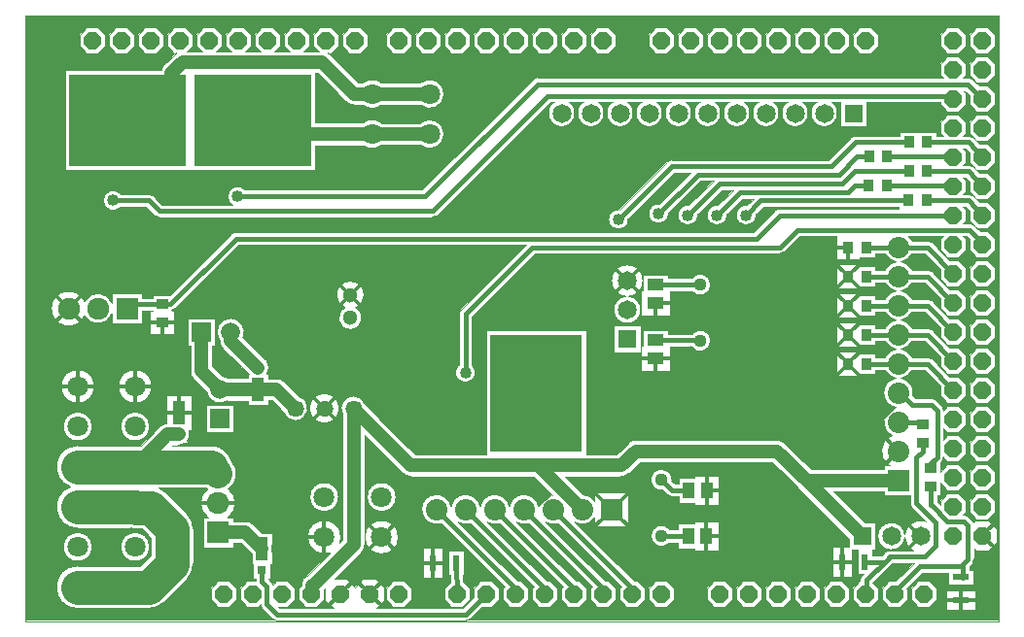
<source format=gbr>
G04 EasyPC Gerber Version 21.0.3 Build 4286 *
G04 #@! TF.Part,Single*
G04 #@! TF.FileFunction,Copper,L2,Bot *
G04 #@! TF.FilePolarity,Positive *
%FSLAX35Y35*%
%MOIN*%
G04 #@! TA.AperFunction,ComponentPad*
%AMT15*0 Octagon Pad at angle 0*4,1,8,-0.01243,-0.03000,0.01243,-0.03000,0.03000,-0.01243,0.03000,0.01243,0.01243,0.03000,-0.01243,0.03000,-0.03000,0.01243,-0.03000,-0.01243,-0.01243,-0.03000,0*%
%ADD15T15*%
G04 #@! TA.AperFunction,SMDPad*
%ADD72R,0.02441X0.05787*%
%ADD20R,0.03543X0.03937*%
%ADD24R,0.04016X0.05787*%
%ADD74R,0.04331X0.07874*%
%ADD29R,0.31496X0.40354*%
%ADD75R,0.03150X0.03150*%
G04 #@! TA.AperFunction,ComponentPad*
%ADD18R,0.06496X0.06496*%
%ADD70R,0.06575X0.06575*%
%ADD16R,0.07382X0.07382*%
%ADD25R,0.07559X0.07559*%
G04 #@! TD.AperFunction*
%ADD13C,0.00394*%
%ADD14C,0.01181*%
%ADD79C,0.01575*%
G04 #@! TA.AperFunction,ViaPad*
%ADD80C,0.04000*%
G04 #@! TA.AperFunction,ComponentPad*
%ADD22C,0.04449*%
G04 #@! TD.AperFunction*
%ADD78C,0.04724*%
G04 #@! TA.AperFunction,ComponentPad*
%ADD28C,0.05118*%
%ADD27C,0.05748*%
%ADD19C,0.06496*%
%ADD71C,0.06575*%
%ADD77C,0.07087*%
%ADD17C,0.07382*%
G04 #@! TA.AperFunction,SMDPad*
%ADD76R,0.05787X0.02441*%
%ADD21R,0.03937X0.03543*%
%ADD23R,0.05787X0.04016*%
G04 #@! TA.AperFunction,ComponentPad*
%ADD26C,0.07559*%
G04 #@! TA.AperFunction,SMDPad*
%ADD73R,0.40354X0.31496*%
G04 #@! TD.AperFunction*
%ADD82C,0.09843*%
%ADD81C,0.11811*%
X0Y0D02*
D02*
D13*
X6090Y210303D02*
Y2397D01*
X339910*
Y210303*
X6090*
X336298Y36977D02*
X339325Y33950D01*
Y29673*
X336298Y26646*
X332021*
X331423Y27244*
Y23812*
G75*
G02X330786Y22278I-2165J0*
G01*
X329741Y21233*
Y20098*
X331065*
Y14901*
X322522*
Y19145*
X313690*
X308353Y13809*
X308537Y13624*
Y9999*
X305972Y7434*
X302347*
X299781Y9999*
Y13624*
X302347Y16190*
X304609*
X310817Y22396*
X303440*
X303328Y22284*
G75*
G02X303324Y22281I-1576J1572*
G01*
X296637Y15594*
X296632Y15530*
X298537Y13624*
Y9999*
X295972Y7434*
X292347*
X289781Y9999*
Y13624*
X292340Y16183*
X292385Y16734*
G75*
G02X293012Y18093I2159J-173*
G01*
X293458Y18539*
X291382*
Y26937*
X289492*
Y17752*
X282720*
Y27870*
X288417*
Y30679*
X271381Y47743*
G75*
G02X270720Y48628I2759J2754*
G01*
X262276Y57070*
X216948*
X213113Y53236*
G75*
G02X210467Y52141I-2644J2645*
G01*
X191043*
X197357Y45826*
G75*
G02X201276Y43682I-225J-5064*
G01*
Y46618*
X212988*
Y34905*
X201276*
Y37843*
G75*
G02X194565Y36392I-4143J2919*
G01*
X214767Y16190*
X215972*
X218537Y13624*
Y9999*
X215972Y7434*
X212347*
X209781Y9999*
Y13624*
X210494Y14337*
X188841Y35991*
G75*
G02X184565Y36392I-1709J4772*
G01*
X204767Y16190*
X205972*
X208537Y13624*
Y9999*
X205972Y7434*
X202347*
X199781Y9999*
Y13624*
X200494Y14337*
X178841Y35991*
G75*
G02X174565Y36392I-1709J4772*
G01*
X194767Y16190*
X195972*
X198537Y13624*
Y9999*
X195972Y7434*
X192347*
X189781Y9999*
Y13624*
X190494Y14337*
X168841Y35991*
G75*
G02X164565Y36392I-1709J4772*
G01*
X184767Y16190*
X185972*
X188537Y13624*
Y9999*
X185972Y7434*
X182347*
X179781Y9999*
Y13624*
X180494Y14337*
X158841Y35991*
G75*
G02X154565Y36392I-1709J4772*
G01*
X174767Y16190*
X175972*
X178537Y13624*
Y9999*
X175972Y7434*
X172347*
X169781Y9999*
Y13624*
X170494Y14337*
X148841Y35991*
G75*
G02X142063Y40763I-1709J4772*
G01*
G75*
G02X152132Y41596I5069*
G01*
G75*
G02X162132I5000J-833*
G01*
G75*
G02X172132I5000J-833*
G01*
G75*
G02X182132I5000J-833*
G01*
G75*
G02X186785Y45820I5000J-833*
G01*
X180465Y52141*
X138313*
G75*
G02X135665Y53239J3740*
G01*
X122447Y66457*
Y28637*
G75*
G02X121352Y25992I-3740*
G01*
X112337Y16977*
X116298*
X119159Y14116*
X122021Y16977*
X126298*
X129325Y13950*
Y9673*
X126556Y6904*
X156190*
X159781Y10496*
Y13624*
X162347Y16190*
X165972*
X168537Y13624*
Y9999*
X165972Y7434*
X162844*
X158618Y3208*
G75*
G02X157084Y2574I-1531J1531*
G01*
X92567*
G75*
G02X91034Y3208I-2J2165*
G01*
X87491Y6751*
G75*
G02X86856Y8282I1531J1531*
G01*
Y8318*
X85972Y7434*
X82347*
X79781Y9999*
Y13624*
X82347Y16190*
X85085*
Y16944*
X84297*
Y22063*
X83707*
Y25631*
X80110Y29227*
X77407*
Y27811*
X67093*
Y38126*
X68800*
G75*
G02X68719Y47750I3450J4842*
G01*
G75*
G02X68169Y48168I3530J5219*
G01*
X51964*
G75*
G02X54250Y46621I-2865J-6697*
G01*
X61573Y39298*
G75*
G02X63707Y34148I-5150J-5150*
G01*
G75*
G02Y34147I-2374J-1*
G01*
G75*
G02Y34143I-2196J-2*
G01*
Y22107*
G75*
G02Y22103I-2276J-2*
G01*
G75*
G02Y22101I-2578J-1*
G01*
G75*
G02X61573Y16951I-7283J0*
G01*
X53585Y8963*
G75*
G02X48429Y6830I-5150J5150*
G01*
X43959*
G75*
G02X43745I-107J7300*
G01*
X24274*
G75*
G02X24167Y6829I-107J7295*
G01*
G75*
G02Y21397J7284*
G01*
G75*
G02X24274Y21396J-7296*
G01*
X43745*
G75*
G02X43959I107J-7300*
G01*
X45418*
X49140Y25118*
Y31131*
X46083Y34188*
X44053*
G75*
G02X42355Y34389J7284*
G01*
X24274*
G75*
G02X24167Y34388I-107J7295*
G01*
G75*
G02X21803Y48562J7284*
G01*
G75*
G02X24167Y62736I2365J6890*
G01*
G75*
G02X24274Y62735J-7296*
G01*
X43745*
G75*
G02X43959I107J-7300*
G01*
X45846*
X52303Y69192*
G75*
G02X54455Y70257I2648J-2642*
G01*
Y80133*
X63116*
Y67929*
X62262*
G75*
G02X61738Y64254I-3477J-1379*
G01*
Y63598*
X61082*
G75*
G02X58785Y62810I-2296J2952*
G01*
X56500*
X56425Y62735*
X69766*
G75*
G02X76806Y57319J-7283*
G01*
G75*
G02X75781Y47750I-4556J-4351*
G01*
G75*
G02X75700Y38126I-3531J-4783*
G01*
X77407*
Y36707*
X81655*
G75*
G02X84304Y35612I5J-3740*
G01*
X87224Y32693*
X90793*
Y28574*
G75*
G02Y26180I-3543J-1197*
G01*
Y22063*
X90203*
Y16944*
X89415*
Y16856*
X90553Y15719*
G75*
G02X91064Y14907I-1531J-1531*
G01*
X92347Y16190*
X95972*
X98537Y13624*
Y9999*
X95972Y7434*
X92932*
X93462Y6904*
X111763*
X108994Y9673*
Y13633*
X108537Y13177*
Y9999*
X105972Y7434*
X102347*
X99781Y9999*
Y13624*
X100756Y14599*
X100835Y15195*
G75*
G02X102798Y18016I3708J-487*
G01*
X110715Y25933*
G75*
G02X102939Y31255I-2067J5321*
G01*
G75*
G02X114356I5709*
G01*
G75*
G02X113969Y29188I-5709J0*
G01*
X114967Y30186*
Y73465*
G75*
G02X118707Y79739I3740J2022*
G01*
G75*
G02X122781Y76702J-4252*
G01*
X139862Y59621*
X164219*
Y102240*
X198470*
Y59622*
X208920*
X212756Y63456*
G75*
G02X215401Y64551I2644J-2645*
G01*
X263823*
G75*
G02X266469Y63456I2J-3740*
G01*
X275374Y54552*
X300474*
Y55881*
X302383*
G75*
G02X303350Y66242I3160J4930*
G01*
G75*
G02X304710Y75812I2193J4570*
G01*
G75*
G02Y85812I833J5000*
G01*
G75*
G02X300960Y88646I833J5000*
G01*
X297593*
Y87464*
X292081*
Y86677*
X284207*
Y94944*
X292081*
Y94157*
X297593*
Y92977*
X300960*
G75*
G02X304710Y95812I4583J-2165*
G01*
G75*
G02X300960Y98646I833J5000*
G01*
X297593*
Y97464*
X292081*
Y96677*
X284207*
Y104944*
X292081*
Y104157*
X297593*
Y102977*
X300960*
G75*
G02X304710Y105812I4583J-2165*
G01*
G75*
G02X300960Y108646I833J5000*
G01*
X297593*
Y107464*
X292081*
Y106677*
X284207*
Y114944*
X292081*
Y114157*
X297593*
Y112977*
X300960*
G75*
G02X304710Y115812I4583J-2165*
G01*
G75*
G02X300960Y118646I833J5000*
G01*
X297593*
Y117464*
X292081*
Y116677*
X284207*
Y124944*
X292081*
Y124157*
X297593*
Y122977*
X300960*
G75*
G02X304710Y125812I4583J-2165*
G01*
G75*
G02X300960Y128646I833J5000*
G01*
X297593*
Y127464*
X292081*
Y126677*
X284207*
Y134646*
X271641*
X266275Y129281*
G75*
G02X264742Y128646I-1531J1531*
G01*
X180863*
X159219Y107002*
Y90363*
G75*
G02X160431Y87770I-2165J-2593*
G01*
G75*
G02X153675I-3378*
G01*
G75*
G02X154888Y90363I3378*
G01*
Y107898*
G75*
G02X155522Y109430I2165*
G01*
X177739Y131646*
X79289*
X57346Y109704*
G75*
G02X56463Y109169I-1531J1531*
G01*
Y108874*
X57250*
Y101000*
X48982*
Y108874*
X49770*
Y109070*
X46226*
Y104582*
X35911*
Y107964*
G75*
G02X26506Y107335I-4843J1775*
G01*
G75*
G02X15124Y109739I-5437J2404*
G01*
G75*
G02X26506Y112143I5945*
G01*
G75*
G02X35911Y111514I4563J-2404*
G01*
Y114897*
X46226*
Y113400*
X49770*
Y114385*
X55903*
X76861Y135343*
G75*
G02X78394Y135977I1531J-1531*
G01*
X255896*
X263262Y143343*
G75*
G02X264796Y143977I1531J-1531*
G01*
X305657*
Y144685*
X259228*
X256658Y142114*
G75*
G02X256671Y141812I-3363J-300*
G01*
G75*
G02X249915I-3378*
G01*
G75*
G02X253595Y145176I3378*
G01*
X255817Y147397*
X251940*
X246658Y142114*
G75*
G02X246671Y141812I-3365J-300*
G01*
G75*
G02X239915I-3378*
G01*
G75*
G02X243595Y145176I3378*
G01*
X248816Y150397*
X244940*
X236658Y142114*
G75*
G02X236671Y141812I-3366J-300*
G01*
G75*
G02X229915I-3378*
G01*
G75*
G02X233595Y145176I3378*
G01*
X242064Y153645*
X237690*
X226658Y142614*
G75*
G02X226671Y142312I-3364J-300*
G01*
G75*
G02X219915I-3378*
G01*
G75*
G02X223596Y145676I3378*
G01*
X234318Y156397*
X228641*
X212859Y140614*
G75*
G02X212872Y140312I-3367J-300*
G01*
G75*
G02X206116I-3378*
G01*
G75*
G02X209796Y143676I3378*
G01*
X226211Y160092*
G75*
G02X227744Y160728I1533J-1529*
G01*
X281646*
X289299Y168380*
G75*
G02X290831Y169015I1533J-1530*
G01*
X305907*
Y170196*
X318506*
Y169015*
X320765*
X319781Y169999*
Y173624*
X322347Y176190*
X325972*
X328537Y173624*
Y169999*
X327554Y169015*
X329505*
G75*
G02X331097Y168318J-2166*
G01*
X333063Y166190*
X335972*
X338537Y163624*
Y159999*
X335972Y157434*
X332347*
X329781Y159999*
Y163360*
X328557Y164685*
X327477*
X328537Y163624*
Y159999*
X327554Y159015*
X329505*
G75*
G02X331097Y158318J-2166*
G01*
X333063Y156190*
X335972*
X338537Y153624*
Y149999*
X335972Y147434*
X332347*
X329781Y149999*
Y153360*
X328557Y154685*
X327477*
X328537Y153624*
Y149999*
X327554Y149015*
X329505*
G75*
G02X331097Y148318J-2166*
G01*
X333063Y146190*
X335972*
X338537Y143624*
Y139999*
X335972Y137434*
X332347*
X329781Y139999*
Y143360*
X328557Y144685*
X327477*
X328537Y143624*
Y139999*
X327515Y138977*
X329791*
G75*
G02X331324Y138343I2J-2165*
G01*
X333478Y136190*
X335972*
X338537Y133624*
Y129999*
X335972Y127434*
X332347*
X329781Y129999*
Y133624*
X329850Y133693*
X328896Y134646*
X327515*
X328537Y133624*
Y129999*
X325972Y127434*
X322347*
X319781Y129999*
Y133624*
X320804Y134646*
X308858*
G75*
G02X310126Y132977I-3315J-3835*
G01*
X315542*
G75*
G02X317107Y132309I1J-2165*
G01*
X322966Y126190*
X325972*
X328537Y123624*
Y119999*
X325972Y117434*
X322347*
X319781Y119999*
Y123254*
X314619Y128646*
X310126*
G75*
G02X306376Y125812I-4583J2165*
G01*
G75*
G02X310126Y122977I-833J-5000*
G01*
X315542*
G75*
G02X317107Y122309I1J-2165*
G01*
X322966Y116190*
X325972*
X328537Y113624*
Y109999*
X325972Y107434*
X322347*
X319781Y109999*
Y113254*
X314619Y118646*
X310126*
G75*
G02X306376Y115812I-4583J2165*
G01*
G75*
G02X310126Y112977I-833J-5000*
G01*
X315542*
G75*
G02X317107Y112309I1J-2165*
G01*
X322966Y106190*
X325972*
X328537Y103624*
Y99999*
X325972Y97434*
X322347*
X319781Y99999*
Y103254*
X314619Y108646*
X310126*
G75*
G02X306376Y105812I-4583J2165*
G01*
G75*
G02X310126Y102977I-833J-5000*
G01*
X315542*
G75*
G02X317107Y102309I1J-2165*
G01*
X322966Y96190*
X325972*
X328537Y93624*
Y89999*
X325972Y87434*
X322347*
X319781Y89999*
Y93254*
X314619Y98646*
X310126*
G75*
G02X306376Y95812I-4583J2165*
G01*
G75*
G02X310126Y92977I-833J-5000*
G01*
X315542*
G75*
G02X317107Y92309I1J-2165*
G01*
X322966Y86190*
X325972*
X328537Y83624*
Y79999*
X325972Y77434*
X322347*
X319781Y79999*
Y83254*
X314619Y88646*
X310126*
G75*
G02X306376Y85812I-4583J2165*
G01*
G75*
G02X310485Y79683I-833J-5000*
G01*
X311190Y78977*
X316791*
G75*
G02X318324Y78343I2J-2165*
G01*
X320324Y76343*
G75*
G02X320959Y74812I-1531J-1531*
G01*
Y74802*
X322347Y76190*
X325972*
X328537Y73624*
Y69999*
X325972Y67434*
X322347*
X320959Y68822*
Y64802*
X322347Y66190*
X325972*
X328537Y63624*
Y59999*
X325972Y57434*
X322347*
X320959Y58822*
Y58802*
G75*
G02X320324Y57271I-2165*
G01*
X319890Y56836*
Y53733*
X322347Y56190*
X325972*
X328537Y53624*
Y49999*
X325972Y47434*
X322347*
X319890Y49891*
Y45511*
X318709*
Y43459*
X319781Y42386*
Y43624*
X322347Y46190*
X325972*
X328537Y43624*
Y39999*
X327515Y38977*
X327756*
G75*
G02X329289Y38343I2J-2165*
G01*
X330789Y36843*
G75*
G02X331236Y36193I-1531J-1531*
G01*
X332021Y36977*
X336298*
X335972Y46190D02*
X338537Y43624D01*
Y39999*
X335972Y37434*
X332347*
X329781Y39999*
Y43624*
X332347Y46190*
X335972*
Y56190D02*
X338537Y53624D01*
Y49999*
X335972Y47434*
X332347*
X329781Y49999*
Y53624*
X332347Y56190*
X335972*
Y66190D02*
X338537Y63624D01*
Y59999*
X335972Y57434*
X332347*
X329781Y59999*
Y63624*
X332347Y66190*
X335972*
Y76190D02*
X338537Y73624D01*
Y69999*
X335972Y67434*
X332347*
X329781Y69999*
Y73624*
X332347Y76190*
X335972*
Y86190D02*
X338537Y83624D01*
Y79999*
X335972Y77434*
X332347*
X329781Y79999*
Y83624*
X332347Y86190*
X335972*
Y96190D02*
X338537Y93624D01*
Y89999*
X335972Y87434*
X332347*
X329781Y89999*
Y93624*
X332347Y96190*
X335972*
Y106190D02*
X338537Y103624D01*
Y99999*
X335972Y97434*
X332347*
X329781Y99999*
Y103624*
X332347Y106190*
X335972*
Y116190D02*
X338537Y113624D01*
Y109999*
X335972Y107434*
X332347*
X329781Y109999*
Y113624*
X332347Y116190*
X335972*
Y126190D02*
X338537Y123624D01*
Y119999*
X335972Y117434*
X332347*
X329781Y119999*
Y123624*
X332347Y126190*
X335972*
X321734Y13011D02*
X331852D01*
Y6240*
X321734*
Y13011*
X315972Y16190D02*
X318537Y13624D01*
Y9999*
X315972Y7434*
X312347*
X309781Y9999*
Y13624*
X312347Y16190*
X315972*
X285972D02*
X288537Y13624D01*
Y9999*
X285972Y7434*
X282347*
X279781Y9999*
Y13624*
X282347Y16190*
X285972*
X275972D02*
X278537Y13624D01*
Y9999*
X275972Y7434*
X272347*
X269781Y9999*
Y13624*
X272347Y16190*
X275972*
X225972D02*
X228537Y13624D01*
Y9999*
X225972Y7434*
X222347*
X219781Y9999*
Y13624*
X222347Y16190*
X225972*
X235520Y36622D02*
X243866D01*
Y26504*
X235520*
Y27291*
X230008*
Y29239*
X226919*
G75*
G02X220691Y31706I-2626J2467*
G01*
G75*
G02X227162Y33885I3602*
G01*
X230008*
Y35834*
X235520*
Y36622*
X245972Y16190D02*
X248537Y13624D01*
Y9999*
X245972Y7434*
X242347*
X239781Y9999*
Y13624*
X242347Y16190*
X245972*
X235636Y52437D02*
X243982D01*
Y42319*
X235636*
Y43106*
X230124*
Y45211*
X227837*
G75*
G02X226304Y45846I-2J2165*
G01*
X224798Y47351*
G75*
G02X220691Y50918I-505J3567*
G01*
G75*
G02X227896I3602*
G01*
G75*
G02X227860Y50413I-3604J-1*
G01*
X228731Y49542*
X230124*
Y51649*
X235636*
Y52437*
X255972Y16190D02*
X258537Y13624D01*
Y9999*
X255972Y7434*
X252347*
X249781Y9999*
Y13624*
X252347Y16190*
X255972*
X265972D02*
X268537Y13624D01*
Y9999*
X265972Y7434*
X262347*
X259781Y9999*
Y13624*
X262347Y16190*
X265972*
X156180Y15982D02*
X158537Y13624D01*
Y9999*
X155972Y7434*
X152347*
X149781Y9999*
Y13624*
X151856Y15699*
X151769Y18185*
X151187*
Y26728*
X156384*
Y18185*
X156102*
X156180Y15982*
X142526Y27515D02*
X149297D01*
Y17397*
X142526*
Y27515*
X122624Y31255D02*
G75*
G02X134041I5709D01*
G01*
G75*
G02X122624I-5709*
G01*
X135972Y16190D02*
X138537Y13624D01*
Y9999*
X135972Y7434*
X132347*
X129781Y9999*
Y13624*
X132347Y16190*
X135972*
X123411Y45034D02*
G75*
G02X133254I4921D01*
G01*
G75*
G02X123411I-4921*
G01*
X75972Y16190D02*
X78537Y13624D01*
Y9999*
X75972Y7434*
X72347*
X69781Y9999*
Y13624*
X72347Y16190*
X75972*
X38931Y27893D02*
G75*
G02X48774I4921D01*
G01*
G75*
G02X38931I-4921*
G01*
X19246D02*
G75*
G02X29089I4921D01*
G01*
G75*
G02X19246I-4921*
G01*
X207130Y119312D02*
G75*
G02X217957I5413D01*
G01*
G75*
G02X212986Y113917I-5413*
G01*
G75*
G02X217169Y109312I-443J-4605*
G01*
G75*
G02X207917I-4626*
G01*
G75*
G02X212100Y113917I4626*
G01*
G75*
G02X207130Y119312I443J5395*
G01*
X234876Y101127D02*
G75*
G02X241146Y98706I2667J-2421D01*
G01*
G75*
G02X234489Y96796I-3602*
G01*
X227352*
Y88488*
X217234*
Y96834*
X218022*
Y102346*
X226565*
Y101127*
X234876*
X234827Y120284D02*
G75*
G02X241146Y117918I2716J-2366D01*
G01*
G75*
G02X234754Y115639I-3602*
G01*
X227352*
Y107488*
X217234*
Y115834*
X218022*
Y121346*
X226565*
Y120284*
X234827*
X207917Y103937D02*
X217169D01*
Y94685*
X207917*
Y103937*
X103667Y75487D02*
G75*
G02X113746I5039D01*
G01*
G75*
G02X103667I-5039*
G01*
X103726Y45034D02*
G75*
G02X113569I4921D01*
G01*
G75*
G02X103726I-4921*
G01*
X112880Y114385D02*
G75*
G02X122329I4724D01*
G01*
G75*
G02X119400Y110015I-4724*
G01*
G75*
G02X117604Y102574I-1795J-3504*
G01*
G75*
G02X115809Y110015J3937*
G01*
G75*
G02X112880Y114385I1795J4370*
G01*
X99921Y79562D02*
G75*
G02X98707Y71235I-1215J-4075D01*
G01*
G75*
G02X94632Y74272J4252*
G01*
X90740Y78164*
X89494*
Y76590*
X82407*
Y78046*
X75522*
G75*
G02X68342Y81271I-2564J3898*
G01*
X63939Y85674*
G75*
G02X62841Y88322I2642J2648*
G01*
Y97043*
X61915*
Y106374*
X71246*
Y97043*
X70321*
Y89871*
X73631Y86560*
G75*
G02X75522Y85841I-673J-4616*
G01*
X82407*
Y87220*
X82826*
X73939Y96107*
G75*
G02X72841Y98755I2642J2648*
G01*
Y98919*
G75*
G02X76581Y106373I3740J2789*
G01*
G75*
G02X80834Y99791I0J-4666*
G01*
X88287Y92338*
X88904*
Y91680*
G75*
G02X89001Y87220I-2953J-2296*
G01*
X89494*
Y85644*
X92289*
G75*
G02X94937Y84546J-3740*
G01*
X99921Y79562*
X68293Y76610D02*
X77624D01*
Y67279*
X68293*
Y76610*
X38144Y83011D02*
G75*
G02X49561I5709D01*
G01*
G75*
G02X38144I-5709*
G01*
X38931Y69231D02*
G75*
G02X48774I4921D01*
G01*
G75*
G02X38931I-4921*
G01*
X18459Y83011D02*
G75*
G02X29876I5709D01*
G01*
G75*
G02X18459I-5709*
G01*
X19246Y69231D02*
G75*
G02X29089I4921D01*
G01*
G75*
G02X19246I-4921*
G01*
X141615Y187158D02*
G75*
G02X149734Y183418I3198J-3740D01*
G01*
G75*
G02X141615Y179678I-4921*
G01*
X128326*
G75*
G02X121930I-3198J3740*
G01*
X118807*
G75*
G02X116159Y180776J3740*
G01*
X106370Y190566*
X105616*
Y173536*
X122124*
G75*
G02X128326Y173379I3004J-3898*
G01*
X141615*
G75*
G02X149734Y169639I3198J-3740*
G01*
G75*
G02X141615Y165898I-4921*
G01*
X128326*
G75*
G02X122124Y165741I-3198J3740*
G01*
X105616*
Y157299*
X19750*
Y191551*
X52708*
G75*
G02X53663Y193174I3597J-1025*
G01*
X57437Y196948*
G75*
G02X58034Y197434I2648J-2642*
G01*
X57347*
X54781Y199999*
Y203624*
X57347Y206190*
X60972*
X63537Y203624*
Y199999*
X61584Y198046*
X66735*
X64781Y199999*
Y203624*
X67347Y206190*
X70972*
X73537Y203624*
Y199999*
X71584Y198046*
X76735*
X74781Y199999*
Y203624*
X77347Y206190*
X80972*
X83537Y203624*
Y199999*
X81584Y198046*
X86735*
X84781Y199999*
Y203624*
X87347Y206190*
X90972*
X93537Y203624*
Y199999*
X91584Y198046*
X96735*
X94781Y199999*
Y203624*
X97347Y206190*
X100972*
X103537Y203624*
Y199999*
X101584Y198046*
X106735*
X104781Y199999*
Y203624*
X107347Y206190*
X110972*
X113537Y203624*
Y199999*
X110972Y197434*
X109970*
G75*
G02X110567Y196948I-2050J-3128*
G01*
X120356Y187158*
X121930*
G75*
G02X128326I3198J-3740*
G01*
X141615*
X335972Y186190D02*
X338537Y183624D01*
Y179999*
X335972Y177434*
X332347*
X329781Y179999*
Y182939*
X328296Y184425*
X327737*
X328537Y183624*
Y179999*
X325972Y177434*
X322347*
X319781Y179999*
Y180646*
X294669*
Y172185*
X285417*
Y180646*
X282631*
G75*
G02X280043Y172186I-2587J-3835*
G01*
G75*
G02X277456Y180646J4626*
G01*
X272631*
G75*
G02X270043Y172186I-2587J-3835*
G01*
G75*
G02X267456Y180646J4626*
G01*
X262631*
G75*
G02X260043Y172186I-2587J-3835*
G01*
G75*
G02X257456Y180646J4626*
G01*
X252631*
G75*
G02X250043Y172186I-2587J-3835*
G01*
G75*
G02X247456Y180646J4626*
G01*
X242631*
G75*
G02X240043Y172186I-2587J-3835*
G01*
G75*
G02X237456Y180646J4626*
G01*
X232631*
G75*
G02X230043Y172186I-2587J-3835*
G01*
G75*
G02X227456Y180646J4626*
G01*
X222631*
G75*
G02X220043Y172186I-2587J-3835*
G01*
G75*
G02X217456Y180646J4626*
G01*
X212631*
G75*
G02X210043Y172186I-2587J-3835*
G01*
G75*
G02X207456Y180646J4626*
G01*
X202631*
G75*
G02X200043Y172186I-2587J-3835*
G01*
G75*
G02X197456Y180646J4626*
G01*
X192631*
G75*
G02X190043Y172186I-2587J-3835*
G01*
G75*
G02X187456Y180646J4626*
G01*
X186190*
X147246Y141702*
G75*
G02X145712Y141068I-1531J1531*
G01*
X52124*
G75*
G02X50591Y141702I-2J2165*
G01*
X47633Y144660*
X38937*
G75*
G02X32967Y146826I-2593J2165*
G01*
G75*
G02X38937Y148991I3378*
G01*
X48527*
G75*
G02X50061Y148357I2J-2165*
G01*
X53019Y145398*
X77160*
G75*
G02X75604Y148243I1822J2844*
G01*
G75*
G02X81434Y150567I3378*
G01*
X142262*
X180086Y188390*
G75*
G02X181728Y189070I1643J-1643*
G01*
X320710*
X319781Y189999*
Y193624*
X322347Y196190*
X325972*
X328537Y193624*
Y189999*
X327609Y189070*
X329258*
G75*
G02X330900Y188390J-2322*
G01*
X333100Y186190*
X335972*
Y176190D02*
X338537Y173624D01*
Y169999*
X335972Y167434*
X332347*
X329781Y169999*
Y173624*
X332347Y176190*
X335972*
X30972Y206190D02*
X33537Y203624D01*
Y199999*
X30972Y197434*
X27347*
X24781Y199999*
Y203624*
X27347Y206190*
X30972*
X40972D02*
X43537Y203624D01*
Y199999*
X40972Y197434*
X37347*
X34781Y199999*
Y203624*
X37347Y206190*
X40972*
X50972D02*
X53537Y203624D01*
Y199999*
X50972Y197434*
X47347*
X44781Y199999*
Y203624*
X47347Y206190*
X50972*
X120972D02*
X123537Y203624D01*
Y199999*
X120972Y197434*
X117347*
X114781Y199999*
Y203624*
X117347Y206190*
X120972*
X135972D02*
X138537Y203624D01*
Y199999*
X135972Y197434*
X132347*
X129781Y199999*
Y203624*
X132347Y206190*
X135972*
X145972D02*
X148537Y203624D01*
Y199999*
X145972Y197434*
X142347*
X139781Y199999*
Y203624*
X142347Y206190*
X145972*
X155972D02*
X158537Y203624D01*
Y199999*
X155972Y197434*
X152347*
X149781Y199999*
Y203624*
X152347Y206190*
X155972*
X165972D02*
X168537Y203624D01*
Y199999*
X165972Y197434*
X162347*
X159781Y199999*
Y203624*
X162347Y206190*
X165972*
X175972D02*
X178537Y203624D01*
Y199999*
X175972Y197434*
X172347*
X169781Y199999*
Y203624*
X172347Y206190*
X175972*
X185972D02*
X188537Y203624D01*
Y199999*
X185972Y197434*
X182347*
X179781Y199999*
Y203624*
X182347Y206190*
X185972*
X195972D02*
X198537Y203624D01*
Y199999*
X195972Y197434*
X192347*
X189781Y199999*
Y203624*
X192347Y206190*
X195972*
X205972D02*
X208537Y203624D01*
Y199999*
X205972Y197434*
X202347*
X199781Y199999*
Y203624*
X202347Y206190*
X205972*
X225972D02*
X228537Y203624D01*
Y199999*
X225972Y197434*
X222347*
X219781Y199999*
Y203624*
X222347Y206190*
X225972*
X235972D02*
X238537Y203624D01*
Y199999*
X235972Y197434*
X232347*
X229781Y199999*
Y203624*
X232347Y206190*
X235972*
X245972D02*
X248537Y203624D01*
Y199999*
X245972Y197434*
X242347*
X239781Y199999*
Y203624*
X242347Y206190*
X245972*
X255972D02*
X258537Y203624D01*
Y199999*
X255972Y197434*
X252347*
X249781Y199999*
Y203624*
X252347Y206190*
X255972*
X265972D02*
X268537Y203624D01*
Y199999*
X265972Y197434*
X262347*
X259781Y199999*
Y203624*
X262347Y206190*
X265972*
X275972D02*
X278537Y203624D01*
Y199999*
X275972Y197434*
X272347*
X269781Y199999*
Y203624*
X272347Y206190*
X275972*
X285972D02*
X288537Y203624D01*
Y199999*
X285972Y197434*
X282347*
X279781Y199999*
Y203624*
X282347Y206190*
X285972*
X295972D02*
X298537Y203624D01*
Y199999*
X295972Y197434*
X292347*
X289781Y199999*
Y203624*
X292347Y206190*
X295972*
X325972D02*
X328537Y203624D01*
Y199999*
X325972Y197434*
X322347*
X319781Y199999*
Y203624*
X322347Y206190*
X325972*
X335972Y196190D02*
X338537Y193624D01*
Y189999*
X335972Y187434*
X332347*
X329781Y189999*
Y193624*
X332347Y196190*
X335972*
Y206190D02*
X338537Y203624D01*
Y199999*
X335972Y197434*
X332347*
X329781Y199999*
Y203624*
X332347Y206190*
X335972*
X92271Y2594D02*
G36*
G75*
G02X91034Y3208I294J2147D01*
G01*
X87491Y6751*
G75*
G02X86856Y8282I1532J1531*
G01*
Y8318*
X85972Y7434*
X82347*
X80155Y9626*
X78164*
X75972Y7434*
X72347*
X70155Y9626*
X54248*
X53585Y8963*
G75*
G02X48429Y6830I-5151J5151*
G01*
X43959*
G75*
G02X43745I-107J7282*
G01*
X24274*
X24167Y6829*
G75*
G02X18430Y9626J7284*
G01*
X6287*
Y2594*
X92271*
G37*
X109042Y9626D02*
G36*
X108164D01*
X105972Y7434*
X102347*
X100155Y9626*
X98164*
X95972Y7434*
X92932*
X93462Y6904*
X111763*
X109042Y9626*
G37*
X158911D02*
G36*
X158164D01*
X155972Y7434*
X152347*
X150155Y9626*
X138164*
X135972Y7434*
X132347*
X130155Y9626*
X129277*
X126556Y6904*
X156190*
X158911Y9626*
G37*
X331852D02*
G36*
Y6240D01*
X321734*
Y9626*
X318164*
X315972Y7434*
X312347*
X310155Y9626*
X308164*
X305972Y7434*
X302347*
X300155Y9626*
X298164*
X295972Y7434*
X292347*
X290155Y9626*
X288164*
X285972Y7434*
X282347*
X280155Y9626*
X278164*
X275972Y7434*
X272347*
X270155Y9626*
X268164*
X265972Y7434*
X262347*
X260155Y9626*
X258164*
X255972Y7434*
X252347*
X250155Y9626*
X248164*
X245972Y7434*
X242347*
X240155Y9626*
X228164*
X225972Y7434*
X222347*
X220155Y9626*
X218164*
X215972Y7434*
X212347*
X210155Y9626*
X208164*
X205972Y7434*
X202347*
X200155Y9626*
X198164*
X195972Y7434*
X192347*
X190155Y9626*
X188164*
X185972Y7434*
X182347*
X180155Y9626*
X178164*
X175972Y7434*
X172347*
X170155Y9626*
X168164*
X165972Y7434*
X162844*
X158618Y3208*
G75*
G02X157380Y2594I-1532J1533*
G01*
X339713*
Y9626*
X331852*
G37*
X46478Y22456D02*
G36*
X6287D01*
Y9626*
X18430*
G75*
G02X16883Y14113I5738J4488*
G01*
G75*
G02X24167Y21397I7284*
G01*
G75*
G02X24274Y21396I27J-3641*
G01*
X43745*
G75*
G02X43959I107J-7282*
G01*
X45418*
X46478Y22456*
G37*
X80155Y9626D02*
G36*
X79781Y9999D01*
Y13624*
X82347Y16190*
X85085*
Y16944*
X84297*
Y22063*
X83707*
Y22456*
X63707*
Y22107*
Y22103*
Y22101*
Y22101*
G75*
G02X61573Y16951I-7282*
G01*
X54248Y9626*
X70155*
X69781Y9999*
Y13624*
X72347Y16190*
X75972*
X78537Y13624*
Y9999*
X78164Y9626*
X80155*
G37*
X107238Y22456D02*
G36*
X90793D01*
Y22063*
X90203*
Y16944*
X89415*
Y16856*
X90553Y15719*
G75*
G02X91064Y14907I-1531J-1532*
G01*
X92347Y16190*
X95972*
X98537Y13624*
Y9999*
X98164Y9626*
X100155*
X99781Y9999*
Y13624*
X100756Y14599*
X100835Y15195*
G75*
G02X102798Y18016I3707J-486*
G01*
X107238Y22456*
G37*
X109042Y9626D02*
G36*
X108994Y9673D01*
Y13633*
X108537Y13177*
Y9999*
X108164Y9626*
X109042*
G37*
X150155D02*
G36*
X149781Y9999D01*
Y13624*
X151856Y15699*
X151769Y18185*
X151187*
Y22456*
X149297*
Y17397*
X142526*
Y22456*
X117816*
X112337Y16977*
X116298*
X119159Y14116*
X122021Y16977*
X126298*
X129325Y13950*
Y9673*
X129277Y9626*
X130155*
X129781Y9999*
Y13624*
X132347Y16190*
X135972*
X138537Y13624*
Y9999*
X138164Y9626*
X150155*
G37*
X170155D02*
G36*
X169781Y9999D01*
Y13624*
X170494Y14337*
X162376Y22456*
X156384*
Y18185*
X156102*
X156180Y15982*
X158537Y13624*
Y9999*
X158164Y9626*
X158911*
X159781Y10496*
Y13624*
X162347Y16190*
X165972*
X168537Y13624*
Y9999*
X168164Y9626*
X170155*
G37*
X180155D02*
G36*
X179781Y9999D01*
Y13624*
X180494Y14337*
X172376Y22456*
X168500*
X174767Y16190*
X175972*
X178537Y13624*
Y9999*
X178164Y9626*
X180155*
G37*
X190155D02*
G36*
X189781Y9999D01*
Y13624*
X190494Y14337*
X182376Y22456*
X178500*
X184767Y16190*
X185972*
X188537Y13624*
Y9999*
X188164Y9626*
X190155*
G37*
X200155D02*
G36*
X199781Y9999D01*
Y13624*
X200494Y14337*
X192376Y22456*
X188500*
X194767Y16190*
X195972*
X198537Y13624*
Y9999*
X198164Y9626*
X200155*
G37*
X210155D02*
G36*
X209781Y9999D01*
Y13624*
X210494Y14337*
X202376Y22456*
X198500*
X204767Y16190*
X205972*
X208537Y13624*
Y9999*
X208164Y9626*
X210155*
G37*
X291382Y22456D02*
G36*
X289492D01*
Y17752*
X282720*
Y22456*
X208500*
X214767Y16190*
X215972*
X218537Y13624*
Y9999*
X218164Y9626*
X220155*
X219781Y9999*
Y13624*
X222347Y16190*
X225972*
X228537Y13624*
Y9999*
X228164Y9626*
X240155*
X239781Y9999*
Y13624*
X242347Y16190*
X245972*
X248537Y13624*
Y9999*
X248164Y9626*
X250155*
X249781Y9999*
Y13624*
X252347Y16190*
X255972*
X258537Y13624*
Y9999*
X258164Y9626*
X260155*
X259781Y9999*
Y13624*
X262347Y16190*
X265972*
X268537Y13624*
Y9999*
X268164Y9626*
X270155*
X269781Y9999*
Y13624*
X272347Y16190*
X275972*
X278537Y13624*
Y9999*
X278164Y9626*
X280155*
X279781Y9999*
Y13624*
X282347Y16190*
X285972*
X288537Y13624*
Y9999*
X288164Y9626*
X290155*
X289781Y9999*
Y13624*
X292340Y16183*
X292385Y16734*
G75*
G02X293012Y18093I2156J-171*
G01*
X293458Y18539*
X291382*
Y22456*
G37*
X300155Y9626D02*
G36*
X299781Y9999D01*
Y13624*
X302347Y16190*
X304609*
X310817Y22396*
X303440*
X303328Y22284*
X303324Y22281*
X296637Y15594*
X296632Y15530*
X298537Y13624*
Y9999*
X298164Y9626*
X300155*
G37*
X330947Y22456D02*
G36*
G75*
G02X330786Y22278I-1687J1354D01*
G01*
X329741Y21233*
Y20098*
X331065*
Y14901*
X322522*
Y19145*
X313690*
X308353Y13809*
X308537Y13624*
Y9999*
X308164Y9626*
X310155*
X309781Y9999*
Y13624*
X312347Y16190*
X315972*
X318537Y13624*
Y9999*
X318164Y9626*
X321734*
Y13011*
X331852*
Y9626*
X339713*
Y22456*
X330947*
G37*
X48709Y31563D02*
G36*
X47131D01*
G75*
G02X48774Y27893I-3279J-3670*
G01*
G75*
G02X38931I-4921*
G01*
G75*
G02X40574Y31563I4921*
G01*
X27446*
G75*
G02X29089Y27893I-3279J-3670*
G01*
G75*
G02X19246I-4921*
G01*
G75*
G02X20889Y31563I4921*
G01*
X6287*
Y22456*
X46478*
X49140Y25118*
Y31131*
X48709Y31563*
G37*
X67093D02*
G36*
X63707D01*
Y22456*
X83707*
Y25631*
X80110Y29227*
X77407*
Y27811*
X67093*
Y31563*
G37*
X107238Y22456D02*
G36*
X110715Y25933D01*
G75*
G02X102939Y31255I-2067J5321*
G01*
G75*
G02X102947Y31563I5709J1*
G01*
X90793*
Y28574*
G75*
G02X90990Y27377I-3543J-1197*
G01*
G75*
G02X90793Y26180I-3739*
G01*
Y22456*
X107238*
G37*
X114967Y31563D02*
G36*
X114348D01*
G75*
G02X114356Y31255I-5701J-307*
G01*
G75*
G02X113969Y29188I-5715J1*
G01*
X114967Y30186*
Y31563*
G37*
X162376Y22456D02*
G36*
X153269Y31563D01*
X134033*
G75*
G02X134041Y31255I-5701J-307*
G01*
G75*
G02X122624I-5709*
G01*
G75*
G02X122632Y31563I5709J1*
G01*
X122447*
Y28637*
G75*
G02X121352Y25992I-3741*
G01*
X117816Y22456*
X142526*
Y27515*
X149297*
Y22456*
X151187*
Y26728*
X156384*
Y22456*
X162376*
G37*
X172376D02*
G36*
X163269Y31563D01*
X159394*
X168500Y22456*
X172376*
G37*
X182376D02*
G36*
X173269Y31563D01*
X169394*
X178500Y22456*
X182376*
G37*
X192376D02*
G36*
X183269Y31563D01*
X179394*
X188500Y22456*
X192376*
G37*
X202376D02*
G36*
X193269Y31563D01*
X189394*
X198500Y22456*
X202376*
G37*
X287535Y31563D02*
G36*
X243866D01*
Y26504*
X235520*
Y27291*
X230008*
Y29239*
X226919*
G75*
G02X220694Y31563I-2626J2467*
G01*
X199394*
X208500Y22456*
X282720*
Y27870*
X288417*
Y30679*
X287535Y31563*
G37*
X291382Y22456D02*
G36*
Y26937D01*
X289492*
Y22456*
X291382*
G37*
X339325Y31563D02*
G36*
Y29673D01*
X336298Y26646*
X332021*
X331423Y27244*
Y23812*
G75*
G02Y23811I-2115J0*
G01*
G75*
G02X330947Y22456I-2163*
G01*
X339713*
Y31563*
X339325*
G37*
X48709D02*
G36*
X46083Y34188D01*
X44053*
G75*
G02X42355Y34389I0J7287*
G01*
X24274*
X24167Y34388*
G75*
G02X16883Y41672J7284*
G01*
G75*
G02X16884Y41812I7287J8*
G01*
X6287*
Y31563*
X20889*
G75*
G02X27446I3279J-3670*
G01*
X40574*
G75*
G02X47131I3279J-3670*
G01*
X48709*
G37*
X67093D02*
G36*
Y38126D01*
X68800*
G75*
G02X66418Y41812I3449J4842*
G01*
X59060*
X61573Y39298*
G75*
G02X63707Y34148I-5153J-5152*
G01*
Y34147*
Y34143*
Y31563*
X67093*
G37*
X114967Y41812D02*
G36*
X112367D01*
G75*
G02X104928I-3720J3222*
G01*
X78082*
G75*
G02X75700Y38126I-5831J1156*
G01*
X77407*
Y36707*
X81655*
G75*
G02X84304Y35612I4J-3743*
G01*
X87224Y32693*
X90793*
Y31563*
X102947*
G75*
G02X114348I5700J-308*
G01*
X114967*
Y41812*
G37*
X152173D02*
G36*
X152091D01*
G75*
G02X152132Y41596I-4960J-1052*
G01*
G75*
G02X152173Y41812I5001J-835*
G01*
G37*
X153269Y31563D02*
G36*
X148841Y35991D01*
G75*
G02X142063Y40762I-1709J4772*
G01*
Y40763*
G75*
G02X142173Y41812I5069J0*
G01*
X132052*
G75*
G02X124613I-3720J3222*
G01*
X122447*
Y31563*
X122632*
G75*
G02X134033I5700J-308*
G01*
X153269*
G37*
X162173Y41812D02*
G36*
X162091D01*
G75*
G02X162132Y41596I-4960J-1052*
G01*
G75*
G02X162173Y41812I5001J-835*
G01*
G37*
X163269Y31563D02*
G36*
X158841Y35991D01*
G75*
G02X154565Y36392I-1709J4770*
G01*
X159394Y31563*
X163269*
G37*
X172173Y41812D02*
G36*
X172091D01*
G75*
G02X172132Y41596I-4960J-1052*
G01*
G75*
G02X172173Y41812I5001J-835*
G01*
G37*
X173269Y31563D02*
G36*
X168841Y35991D01*
G75*
G02X164565Y36392I-1709J4770*
G01*
X169394Y31563*
X173269*
G37*
X183269D02*
G36*
X178841Y35991D01*
G75*
G02X174565Y36392I-1709J4770*
G01*
X179394Y31563*
X183269*
G37*
X182173Y41812D02*
G36*
X182091D01*
G75*
G02X182132Y41596I-4960J-1052*
G01*
G75*
G02X182173Y41812I5001J-835*
G01*
G37*
X193269Y31563D02*
G36*
X188841Y35991D01*
G75*
G02X184565Y36392I-1709J4770*
G01*
X189394Y31563*
X193269*
G37*
X287535D02*
G36*
X277303Y41812D01*
X212988*
Y34905*
X201276*
Y37843*
G75*
G02X194565Y36392I-4143J2920*
G01*
X199394Y31563*
X220694*
G75*
G02X220691Y31706I3600J141*
G01*
G75*
G02X227162Y33885I3602J0*
G01*
X230008*
Y35834*
X235520*
Y36622*
X243866*
Y31563*
X287535*
G37*
X339325D02*
G36*
X339713D01*
Y41812*
X338537*
Y39999*
X335972Y37434*
X332347*
X329781Y39999*
Y41812*
X328537*
Y39999*
X327515Y38977*
X327756*
G75*
G02X329289Y38343I2J-2167*
G01*
X330789Y36843*
G75*
G02X331236Y36193I-1531J-1532*
G01*
X332021Y36977*
X336298*
X339325Y33950*
Y31563*
G37*
X17857Y51812D02*
G36*
X6287D01*
Y41812*
X16884*
G75*
G02X21803Y48562I7283J-140*
G01*
G75*
G02X17857Y51812I2365J6890*
G01*
G37*
X66418Y41812D02*
G36*
G75*
G02X66305Y42967I5831J1156D01*
G01*
G75*
G02X68719Y47750I5945J0*
G01*
G75*
G02X68169Y48168I3611J5324*
G01*
X51964*
G75*
G02X54250Y46621I-2868J-6702*
G01*
X59060Y41812*
X66418*
G37*
X114967Y51812D02*
G36*
X78443D01*
G75*
G02X75781Y47750I-6193J1156*
G01*
G75*
G02X78195Y42967I-3531J-4783*
G01*
G75*
G02X78082Y41812I-5945*
G01*
X104928*
G75*
G02X103726Y45034I3720J3222*
G01*
G75*
G02X113569I4921*
G01*
G75*
G02X112367Y41812I-4921J0*
G01*
X114967*
Y51812*
G37*
X182173Y41812D02*
G36*
G75*
G02X186785Y45820I4959J-1049D01*
G01*
X180793Y51812*
X122447*
Y41812*
X124613*
G75*
G02X123411Y45034I3720J3222*
G01*
G75*
G02X133254I4921*
G01*
G75*
G02X132052Y41812I-4921J0*
G01*
X142173*
G75*
G02X152091I4959J-1049*
G01*
X152173*
G75*
G02X162091I4959J-1049*
G01*
X162173*
G75*
G02X172091I4959J-1049*
G01*
X172173*
G75*
G02X182091I4959J-1049*
G01*
X182173*
G37*
X267535Y51812D02*
G36*
X243982D01*
Y42319*
X235636*
Y43106*
X230124*
Y45211*
X227837*
G75*
G02X226304Y45846I-2J2167*
G01*
X224798Y47351*
G75*
G02X220691Y50918I-505J3567*
G01*
Y50918*
G75*
G02X220804Y51812I3602*
G01*
X191372*
X197357Y45826*
G75*
G02X201276Y43682I-226J-5065*
G01*
Y46618*
X212988*
Y41812*
X277303*
X271381Y47743*
G75*
G02X270720Y48628I2779J2769*
G01*
X267535Y51812*
G37*
X235636D02*
G36*
X227783D01*
G75*
G02X227896Y50918I-3490J-894*
G01*
G75*
G02Y50912I-3418J-3*
G01*
G75*
G02X227860Y50413I-3527*
G01*
X228731Y49542*
X230124*
Y51649*
X235636*
Y51812*
G37*
X338537D02*
G36*
Y49999D01*
X335972Y47434*
X332347*
X329781Y49999*
Y51812*
X328537*
Y49999*
X325972Y47434*
X322347*
X319890Y49891*
Y45511*
X318709*
Y43459*
X319781Y42386*
Y43624*
X322347Y46190*
X325972*
X328537Y43624*
Y41812*
X329781*
Y43624*
X332347Y46190*
X335972*
X338537Y43624*
Y41812*
X339713*
Y51812*
X338537*
G37*
X17857D02*
G36*
G75*
G02X16883Y55452I6310J3639D01*
G01*
G75*
G02X20617Y61812I7284*
G01*
X6287*
Y51812*
X17857*
G37*
X114967Y61812D02*
G36*
X73315D01*
G75*
G02X76806Y57319I-3549J-6361*
G01*
G75*
G02X78550Y52967I-4556J-4351*
G01*
G75*
G02X78443Y51812I-6300J-1*
G01*
X114967*
Y61812*
G37*
X180793Y51812D02*
G36*
X180465Y52141D01*
X138313*
G75*
G02X135665Y53239J3740*
G01*
X127093Y61812*
X122447*
Y51812*
X180793*
G37*
X164219Y61812D02*
G36*
X137671D01*
X139862Y59621*
X164219*
Y61812*
G37*
X267535Y51812D02*
G36*
X262276Y57070D01*
X216948*
X213113Y53236*
G75*
G02X210467Y52141I-2644J2645*
G01*
X191043*
X191372Y51812*
X220804*
G75*
G02X227783I3490J-894*
G01*
X235636*
Y52437*
X243982*
Y51812*
X267535*
G37*
X211111Y61812D02*
G36*
X198470D01*
Y59622*
X208920*
X211111Y61812*
G37*
X299773D02*
G36*
X268113D01*
X275374Y54552*
X300474*
Y55881*
X302383*
G75*
G02X299687Y60812I3160J4930*
G01*
G75*
G02X299773Y61812I5856J1*
G01*
G37*
X338537D02*
G36*
Y59999D01*
X335972Y57434*
X332347*
X329781Y59999*
Y61812*
X328537*
Y59999*
X325972Y57434*
X322347*
X320959Y58822*
Y58802*
G75*
G02X320324Y57271I-2166J0*
G01*
X319890Y56836*
Y53733*
X322347Y56190*
X325972*
X328537Y53624*
Y51812*
X329781*
Y53624*
X332347Y56190*
X335972*
X338537Y53624*
Y51812*
X339713*
Y61812*
X338537*
G37*
X20617D02*
G36*
G75*
G02X24167Y62736I3551J-6360D01*
G01*
G75*
G02X24274Y62735I27J-3641*
G01*
X43745*
G75*
G02X43959I107J-7282*
G01*
X45846*
X52303Y69192*
G75*
G02X54455Y70257I2648J-2643*
G01*
Y71812*
X48043*
G75*
G02X48774Y69231I-4191J-2581*
G01*
G75*
G02X38931I-4921*
G01*
G75*
G02X39662Y71812I4922J0*
G01*
X28357*
G75*
G02X29089Y69231I-4191J-2581*
G01*
G75*
G02X19246I-4921*
G01*
G75*
G02X19977Y71812I4922J0*
G01*
X6287*
Y61812*
X20617*
G37*
X114967Y71812D02*
G36*
X112155D01*
G75*
G02X105259I-3448J3675*
G01*
X100845*
G75*
G02X98707Y71235I-2138J3675*
G01*
G75*
G02X96569Y71812I0J4253*
G01*
X77624*
Y67279*
X68293*
Y71812*
X63116*
Y67929*
X62262*
G75*
G02X62526Y66550I-3476J-1379*
G01*
G75*
G02X61738Y64254I-3740*
G01*
Y63598*
X61082*
G75*
G02X58785Y62810I-2296J2950*
G01*
X56500*
X56425Y62735*
X69766*
G75*
G02X73315Y61812I0J-7284*
G01*
X114967*
Y71812*
G37*
X127093Y61812D02*
G36*
X122447Y66457D01*
Y61812*
X127093*
G37*
X164219Y71812D02*
G36*
X127671D01*
X137671Y61812*
X164219*
Y71812*
G37*
X300574D02*
G36*
X198470D01*
Y61812*
X211111*
X212756Y63456*
G75*
G02X215401Y64551I2644J-2645*
G01*
X263823*
G75*
G02X266469Y63456I2J-3740*
G01*
X268113Y61812*
X299773*
G75*
G02X303350Y66242I5770J-1000*
G01*
G75*
G02X300474Y70812I2193J4570*
G01*
G75*
G02X300574Y71812I5069*
G01*
G37*
X338537D02*
G36*
Y69999D01*
X335972Y67434*
X332347*
X329781Y69999*
Y71812*
X328537*
Y69999*
X325972Y67434*
X322347*
X320959Y68822*
Y64802*
X322347Y66190*
X325972*
X328537Y63624*
Y61812*
X329781*
Y63624*
X332347Y66190*
X335972*
X338537Y63624*
Y61812*
X339713*
Y71812*
X338537*
G37*
X96569D02*
G36*
G75*
G02X94632Y74272I2139J3676D01*
G01*
X90740Y78164*
X89494*
Y76590*
X82407*
Y78046*
X75522*
G75*
G02X68342Y81271I-2564J3897*
G01*
X67801Y81812*
X49434*
G75*
G02X38271I-5581J1199*
G01*
X29749*
G75*
G02X18586I-5581J1199*
G01*
X6287*
Y71812*
X19977*
G75*
G02X28357I4190J-2581*
G01*
X39662*
G75*
G02X48043I4190J-2581*
G01*
X54455*
Y80133*
X63116*
Y71812*
X68293*
Y76610*
X77624*
Y71812*
X96569*
G37*
X164219Y81812D02*
G36*
X97671D01*
X99921Y79562*
G75*
G02X102959Y75487I-1215J-4075*
G01*
G75*
G02X100845Y71812I-4252*
G01*
X105259*
G75*
G02X103667Y75487I3448J3675*
G01*
G75*
G02X113746I5039*
G01*
G75*
G02X112155Y71812I-5039*
G01*
X114967*
Y73465*
G75*
G02X114455Y75487I3740J2022*
G01*
G75*
G02X118707Y79739I4252*
G01*
G75*
G02X122781Y76702I0J-4252*
G01*
X127671Y71812*
X164219*
Y81812*
G37*
X300574Y71812D02*
G36*
G75*
G02X304710Y75812I4969J-1000D01*
G01*
G75*
G02X300474Y80812I833J5000*
G01*
G75*
G02X300574Y81812I5069*
G01*
X198470*
Y71812*
X300574*
G37*
X338537Y81812D02*
G36*
Y79999D01*
X335972Y77434*
X332347*
X329781Y79999*
Y81812*
X328537*
Y79999*
X325972Y77434*
X322347*
X319781Y79999*
Y81812*
X310513*
G75*
G02X310612Y80813I-4968J-1000*
G01*
G75*
G02X310485Y79683I-5069*
G01*
X311190Y78977*
X316791*
G75*
G02X318324Y78343I2J-2167*
G01*
X320324Y76343*
G75*
G02X320959Y74812I-1532J-1531*
G01*
Y74802*
X322347Y76190*
X325972*
X328537Y73624*
Y71812*
X329781*
Y73624*
X332347Y76190*
X335972*
X338537Y73624*
Y71812*
X339713*
Y81812*
X338537*
G37*
X67801D02*
G36*
X63939Y85674D01*
G75*
G02X62841Y88322I2642J2648*
G01*
Y89381*
X6287*
Y81812*
X18586*
G75*
G02X18459Y83011I5581J1198*
G01*
G75*
G02X29876I5709*
G01*
G75*
G02X29749Y81812I-5709J-1*
G01*
X38271*
G75*
G02X38144Y83011I5581J1198*
G01*
G75*
G02X49561I5709*
G01*
G75*
G02X49434Y81812I-5709J-1*
G01*
X67801*
G37*
X80665Y89381D02*
G36*
X70810D01*
X73631Y86560*
G75*
G02X75522Y85841I-675J-4622*
G01*
X82407*
Y87220*
X82826*
X80665Y89381*
G37*
X164219D02*
G36*
X160022D01*
G75*
G02X160431Y87770I-2969J-1611*
G01*
G75*
G02X153675I-3378*
G01*
G75*
G02X154084Y89381I3378J0*
G01*
X89691*
G75*
G02X89001Y87220I-3739J3*
G01*
X89494*
Y85644*
X92289*
G75*
G02X94937Y84546J-3740*
G01*
X97671Y81812*
X164219*
Y89381*
G37*
X284207D02*
G36*
X227352D01*
Y88488*
X217234*
Y89381*
X198470*
Y81812*
X300574*
G75*
G02X304710Y85812I4969J-1000*
G01*
G75*
G02X300960Y88646I833J4999*
G01*
X297593*
Y87464*
X292081*
Y86677*
X284207*
Y89381*
G37*
X319781Y81812D02*
G36*
Y83254D01*
X314619Y88646*
X310126*
G75*
G02X306376Y85812I-4583J2165*
G01*
G75*
G02X310513Y81812I-833J-4999*
G01*
X319781*
G37*
X337920Y89381D02*
G36*
X335972Y87434D01*
X332347*
X330399Y89381*
X327920*
X325972Y87434*
X322347*
X320399Y89381*
X319910*
X322966Y86190*
X325972*
X328537Y83624*
Y81812*
X329781*
Y83624*
X332347Y86190*
X335972*
X338537Y83624*
Y81812*
X339713*
Y89381*
X337920*
G37*
X61915Y101812D02*
G36*
X57250D01*
Y101000*
X48982*
Y101812*
X6287*
Y89381*
X62841*
Y97043*
X61915*
Y101812*
G37*
X80665Y89381D02*
G36*
X73939Y96107D01*
G75*
G02X72841Y98755I2642J2648*
G01*
Y98919*
G75*
G02X71915Y101707I3740J2789*
G01*
G75*
G02X71917Y101812I4667J-1*
G01*
X71246*
Y97043*
X70321*
Y89871*
X70810Y89381*
X80665*
G37*
X154084D02*
G36*
G75*
G02X154888Y90363I2969J-1611D01*
G01*
Y101812*
X81245*
G75*
G02X81246Y101707I-4672J-105*
G01*
G75*
G02X80834Y99791I-4665*
G01*
X88287Y92338*
X88904*
Y91680*
G75*
G02X89691Y89385I-2952J-2296*
G01*
G75*
G02Y89381I-3609J-2*
G01*
X154084*
G37*
X164219Y101812D02*
G36*
X159219D01*
Y90363*
G75*
G02X160022Y89381I-2165J-2592*
G01*
X164219*
Y101812*
G37*
X284207Y89381D02*
G36*
Y94944D01*
X292081*
Y94157*
X297593*
Y92977*
X300960*
G75*
G02X304710Y95812I4583J-2165*
G01*
G75*
G02X300960Y98646I833J4999*
G01*
X297593*
Y97464*
X292081*
Y96677*
X284207*
Y101812*
X239368*
G75*
G02X241146Y98706I-1824J-3106*
G01*
G75*
G02X234489Y96796I-3602*
G01*
X227352*
Y89381*
X284207*
G37*
X217234D02*
G36*
Y96834D01*
X218022*
Y101812*
X217169*
Y94685*
X207917*
Y101812*
X198470*
Y89381*
X217234*
G37*
X235719Y101812D02*
G36*
X226565D01*
Y101127*
X234876*
G75*
G02X235719Y101812I2667J-2421*
G01*
G37*
X320399Y89381D02*
G36*
X319781Y89999D01*
Y93254*
X314619Y98646*
X310126*
G75*
G02X306376Y95812I-4583J2165*
G01*
G75*
G02X310126Y92977I-833J-4999*
G01*
X315542*
G75*
G02X317107Y92309I2J-2163*
G01*
X319910Y89381*
X320399*
G37*
X338537Y101812D02*
G36*
Y99999D01*
X335972Y97434*
X332347*
X329781Y99999*
Y101812*
X328537*
Y99999*
X325972Y97434*
X322347*
X319781Y99999*
Y101812*
X317583*
X322966Y96190*
X325972*
X328537Y93624*
Y89999*
X327920Y89381*
X330399*
X329781Y89999*
Y93624*
X332347Y96190*
X335972*
X338537Y93624*
Y89999*
X337920Y89381*
X339713*
Y101812*
X338537*
G37*
X48982D02*
G36*
Y108874D01*
X49770*
Y109070*
X46226*
Y104582*
X35911*
Y107964*
G75*
G02X26506Y107335I-4843J1776*
G01*
G75*
G02X15124Y109739I-5437J2404*
G01*
G75*
G02X15497Y111812I5945J0*
G01*
X6287*
Y101812*
X48982*
G37*
X35911Y111812D02*
G36*
X35792D01*
G75*
G02X35911Y111514I-4723J-2070*
G01*
Y111812*
G37*
X157904D02*
G36*
X121567D01*
G75*
G02X119400Y110015I-3963J2573*
G01*
G75*
G02X121541Y106511I-1795J-3504*
G01*
G75*
G02X117604Y102574I-3937*
G01*
G75*
G02X113667Y106511J3937*
G01*
G75*
G02X115809Y110015I3937*
G01*
G75*
G02X113642Y111812I1796J4370*
G01*
X59454*
X57346Y109704*
G75*
G02X56463Y109169I-1533J1535*
G01*
Y108874*
X57250*
Y101812*
X61915*
Y106374*
X71246*
Y101812*
X71917*
G75*
G02X76581Y106373I4664J-104*
G01*
G75*
G02X81245Y101812I0J-4666*
G01*
X154888*
Y107898*
G75*
G02X155522Y109430I2166J0*
G01*
X157904Y111812*
G37*
X284207D02*
G36*
X227352D01*
Y107488*
X217234*
Y111812*
X216435*
G75*
G02X217169Y109312I-3892J-2500*
G01*
G75*
G02X207917I-4626*
G01*
G75*
G02X208651Y111812I4626J0*
G01*
X164029*
X159219Y107002*
Y101812*
X164219*
Y102240*
X198470*
Y101812*
X207917*
Y103937*
X217169*
Y101812*
X218022*
Y102346*
X226565*
Y101812*
X235719*
G75*
G02X239368I1824J-3106*
G01*
X284207*
Y104944*
X292081*
Y104157*
X297593*
Y102977*
X300960*
G75*
G02X304710Y105812I4583J-2165*
G01*
G75*
G02X300960Y108646I833J4999*
G01*
X297593*
Y107464*
X292081*
Y106677*
X284207*
Y111812*
G37*
X319781Y101812D02*
G36*
Y103254D01*
X314619Y108646*
X310126*
G75*
G02X306376Y105812I-4583J2165*
G01*
G75*
G02X310126Y102977I-833J-4999*
G01*
X315542*
G75*
G02X317107Y102309I2J-2163*
G01*
X317583Y101812*
X319781*
G37*
X338537Y111812D02*
G36*
Y109999D01*
X335972Y107434*
X332347*
X329781Y109999*
Y111812*
X328537*
Y109999*
X325972Y107434*
X322347*
X319781Y109999*
Y111812*
X317583*
X322966Y106190*
X325972*
X328537Y103624*
Y101812*
X329781*
Y103624*
X332347Y106190*
X335972*
X338537Y103624*
Y101812*
X339713*
Y111812*
X338537*
G37*
X63330Y121812D02*
G36*
X6287D01*
Y111812*
X15497*
G75*
G02X26506Y112143I5572J-2073*
G01*
G75*
G02X35792Y111812I4563J-2404*
G01*
X35911*
Y114897*
X46226*
Y113400*
X49770*
Y114385*
X55903*
X63330Y121812*
G37*
X167904D02*
G36*
X69454D01*
X59454Y111812*
X113642*
G75*
G02X112880Y114385I3963J2573*
G01*
G75*
G02X122329I4724*
G01*
G75*
G02X121567Y111812I-4725J0*
G01*
X157904*
X167904Y121812*
G37*
X207742D02*
G36*
X174029D01*
X164029Y111812*
X208651*
G75*
G02X212100Y113917I3892J-2500*
G01*
G75*
G02X207130Y119311I443J5395*
G01*
Y119312*
G75*
G02X207742Y121812I5413*
G01*
G37*
X284207D02*
G36*
X217345D01*
G75*
G02X217957Y119312I-4802J-2500*
G01*
Y119311*
G75*
G02X212986Y113917I-5413*
G01*
G75*
G02X216435Y111812I-443J-4604*
G01*
X217234*
Y115834*
X218022*
Y121346*
X226565*
Y120284*
X234827*
G75*
G02X241146Y117918I2716J-2366*
G01*
G75*
G02X234754Y115639I-3602*
G01*
X227352*
Y111812*
X284207*
Y114944*
X292081*
Y114157*
X297593*
Y112977*
X300960*
G75*
G02X304710Y115812I4583J-2165*
G01*
G75*
G02X300960Y118646I833J4999*
G01*
X297593*
Y117464*
X292081*
Y116677*
X284207*
Y121812*
G37*
X319781Y111812D02*
G36*
Y113254D01*
X314619Y118646*
X310126*
G75*
G02X306376Y115812I-4583J2165*
G01*
G75*
G02X310126Y112977I-833J-4999*
G01*
X315542*
G75*
G02X317107Y112309I2J-2163*
G01*
X317583Y111812*
X319781*
G37*
X338537Y121812D02*
G36*
Y119999D01*
X335972Y117434*
X332347*
X329781Y119999*
Y121812*
X328537*
Y119999*
X325972Y117434*
X322347*
X319781Y119999*
Y121812*
X317583*
X322966Y116190*
X325972*
X328537Y113624*
Y111812*
X329781*
Y113624*
X332347Y116190*
X335972*
X338537Y113624*
Y111812*
X339713*
Y121812*
X338537*
G37*
X319781Y171812D02*
G36*
X177356D01*
X147246Y141702*
G75*
G02X145712Y141068I-1532J1533*
G01*
X52124*
G75*
G02X50591Y141702I-2J2167*
G01*
X47633Y144660*
X38937*
G75*
G02X32967Y146826I-2593J2165*
G01*
G75*
G02X38937Y148991I3378*
G01*
X48527*
G75*
G02X50061Y148357I2J-2167*
G01*
X53019Y145398*
X77160*
G75*
G02X75604Y148243I1823J2845*
G01*
G75*
G02X81434Y150567I3378*
G01*
X142262*
X163507Y171812*
X149228*
G75*
G02X149734Y169639I-4416J-2173*
G01*
G75*
G02X141615Y165898I-4921*
G01*
X128326*
G75*
G02X122124Y165741I-3198J3740*
G01*
X105616*
Y157299*
X19750*
Y171812*
X6287*
Y121812*
X63330*
X76861Y135343*
G75*
G02X78394Y135977I1532J-1533*
G01*
X255896*
X263262Y143343*
G75*
G02X264796Y143977I1532J-1533*
G01*
X305657*
Y144685*
X259228*
X256658Y142114*
G75*
G02X256671Y141820I-3206J-293*
G01*
G75*
G02Y141812I-3287J-4*
G01*
G75*
G02X249915I-3378*
G01*
G75*
G02Y141813I4101J0*
G01*
G75*
G02X253595Y145176I3378*
G01*
X255817Y147397*
X251940*
X246658Y142114*
G75*
G02X246671Y141820I-3223J-294*
G01*
G75*
G02Y141812I-3267J-4*
G01*
G75*
G02X239915I-3378*
G01*
G75*
G02Y141813I4101J0*
G01*
G75*
G02X243595Y145176I3378*
G01*
X248816Y150397*
X244940*
X236658Y142114*
G75*
G02X236671Y141820I-3223J-294*
G01*
G75*
G02Y141812I-3267J-4*
G01*
G75*
G02X229915I-3378*
G01*
G75*
G02X233595Y145176I3378*
G01*
X242064Y153645*
X237690*
X226658Y142614*
G75*
G02X226671Y142320I-3206J-293*
G01*
G75*
G02Y142312I-3287J-4*
G01*
G75*
G02X219915I-3378*
G01*
G75*
G02X223596Y145676I3378*
G01*
X234318Y156397*
X228641*
X212859Y140614*
G75*
G02X212872Y140320I-3223J-294*
G01*
G75*
G02Y140312I-3267J-4*
G01*
G75*
G02X206116I-3378*
G01*
G75*
G02Y140313I4101J0*
G01*
G75*
G02X209796Y143676I3378*
G01*
X226211Y160092*
G75*
G02X227744Y160728I1533J-1531*
G01*
X281646*
X289299Y168380*
G75*
G02X290831Y169015I1533J-1531*
G01*
X305907*
Y170196*
X318506*
Y169015*
X320765*
X319781Y169999*
Y171812*
G37*
X167904Y121812D02*
G36*
X177739Y131646D01*
X79289*
X69454Y121812*
X167904*
G37*
X284207D02*
G36*
Y124944D01*
X292081*
Y124157*
X297593*
Y122977*
X300960*
G75*
G02X304710Y125812I4583J-2165*
G01*
G75*
G02X300960Y128646I833J4999*
G01*
X297593*
Y127464*
X292081*
Y126677*
X284207*
Y134646*
X271641*
X266275Y129281*
G75*
G02X264742Y128646I-1532J1533*
G01*
X180863*
X174029Y121812*
X207742*
G75*
G02X217345I4802J-2500*
G01*
X284207*
G37*
X319781D02*
G36*
Y123254D01*
X314619Y128646*
X310126*
G75*
G02X306376Y125812I-4583J2165*
G01*
G75*
G02X310126Y122977I-833J-4999*
G01*
X315542*
G75*
G02X317107Y122309I2J-2163*
G01*
X317583Y121812*
X319781*
G37*
X338537Y171812D02*
G36*
Y169999D01*
X335972Y167434*
X332347*
X329781Y169999*
Y171812*
X328537*
Y169999*
X327554Y169015*
X329505*
G75*
G02X331097Y168318I0J-2165*
G01*
X333063Y166190*
X335972*
X338537Y163624*
Y159999*
X335972Y157434*
X332347*
X329781Y159999*
Y163360*
X328557Y164685*
X327477*
X328537Y163624*
Y159999*
X327554Y159015*
X329505*
G75*
G02X331097Y158318I0J-2165*
G01*
X333063Y156190*
X335972*
X338537Y153624*
Y149999*
X335972Y147434*
X332347*
X329781Y149999*
Y153360*
X328557Y154685*
X327477*
X328537Y153624*
Y149999*
X327554Y149015*
X329505*
G75*
G02X331097Y148318I0J-2165*
G01*
X333063Y146190*
X335972*
X338537Y143624*
Y139999*
X335972Y137434*
X332347*
X329781Y139999*
Y143360*
X328557Y144685*
X327477*
X328537Y143624*
Y139999*
X327515Y138977*
X329791*
G75*
G02X331324Y138343I2J-2167*
G01*
X333478Y136190*
X335972*
X338537Y133624*
Y129999*
X335972Y127434*
X332347*
X329781Y129999*
Y133624*
X329850Y133693*
X328896Y134646*
X327515*
X328537Y133624*
Y129999*
X325972Y127434*
X322347*
X319781Y129999*
Y133624*
X320804Y134646*
X308858*
G75*
G02X310126Y132977I-3319J-3838*
G01*
X315542*
G75*
G02X317107Y132309I2J-2163*
G01*
X322966Y126190*
X325972*
X328537Y123624*
Y121812*
X329781*
Y123624*
X332347Y126190*
X335972*
X338537Y123624*
Y121812*
X339713*
Y171812*
X338537*
G37*
X19750D02*
G36*
Y181744D01*
X6287*
Y171812*
X19750*
G37*
X173440Y181744D02*
G36*
X149441D01*
G75*
G02X141615Y179678I-4628J1674*
G01*
X128326*
G75*
G02X121930I-3198J3740*
G01*
X118807*
G75*
G02X116159Y180776J3740*
G01*
X115192Y181744*
X105616*
Y173536*
X122124*
G75*
G02X128326Y173379I3004J-3897*
G01*
X141615*
G75*
G02X149228Y171812I3198J-3740*
G01*
X163507*
X173440Y181744*
G37*
X338537D02*
G36*
Y179999D01*
X335972Y177434*
X332347*
X329781Y179999*
Y181744*
X328537*
Y179999*
X325972Y177434*
X322347*
X319781Y179999*
Y180646*
X294669*
Y172185*
X285417*
Y180646*
X282631*
G75*
G02X284669Y176812I-2587J-3835*
G01*
G75*
G02X280043Y172186I-4626*
G01*
G75*
G02X275417Y176812J4626*
G01*
G75*
G02X277456Y180646I4626*
G01*
X272631*
G75*
G02X274669Y176812I-2587J-3835*
G01*
G75*
G02X270043Y172186I-4626*
G01*
G75*
G02X265417Y176812J4626*
G01*
G75*
G02X267456Y180646I4626*
G01*
X262631*
G75*
G02X264669Y176812I-2587J-3835*
G01*
G75*
G02X260043Y172186I-4626*
G01*
G75*
G02X255417Y176812J4626*
G01*
G75*
G02X257456Y180646I4626*
G01*
X252631*
G75*
G02X254669Y176812I-2587J-3835*
G01*
G75*
G02X250043Y172186I-4626*
G01*
G75*
G02X245417Y176812J4626*
G01*
G75*
G02X247456Y180646I4626*
G01*
X242631*
G75*
G02X244669Y176812I-2587J-3835*
G01*
G75*
G02X240043Y172186I-4626*
G01*
G75*
G02X235417Y176812J4626*
G01*
G75*
G02X237456Y180646I4626*
G01*
X232631*
G75*
G02X234669Y176812I-2587J-3835*
G01*
G75*
G02X230043Y172186I-4626*
G01*
G75*
G02X225417Y176812J4626*
G01*
G75*
G02X227456Y180646I4626*
G01*
X222631*
G75*
G02X224669Y176812I-2587J-3835*
G01*
G75*
G02X220043Y172186I-4626*
G01*
G75*
G02X215417Y176812J4626*
G01*
G75*
G02X217456Y180646I4626*
G01*
X212631*
G75*
G02X214669Y176812I-2587J-3835*
G01*
G75*
G02X210043Y172186I-4626*
G01*
G75*
G02X205417Y176812J4626*
G01*
G75*
G02X207456Y180646I4626*
G01*
X202631*
G75*
G02X204669Y176812I-2587J-3835*
G01*
G75*
G02X200043Y172186I-4626*
G01*
G75*
G02X195417Y176812J4626*
G01*
G75*
G02X197456Y180646I4626*
G01*
X192631*
G75*
G02X194669Y176812I-2587J-3835*
G01*
G75*
G02X190043Y172186I-4626*
G01*
G75*
G02X185417Y176812J4626*
G01*
G75*
G02X187456Y180646I4626*
G01*
X186190*
X177356Y171812*
X319781*
Y173624*
X322347Y176190*
X325972*
X328537Y173624*
Y171812*
X329781*
Y173624*
X332347Y176190*
X335972*
X338537Y173624*
Y171812*
X339713*
Y181744*
X338537*
G37*
X52793Y191812D02*
G36*
X6287D01*
Y181744*
X19750*
Y191551*
X52708*
G75*
G02X52793Y191812I3599J-1028*
G01*
G37*
X115192Y181744D02*
G36*
X106370Y190566D01*
X105616*
Y181744*
X115192*
G37*
X319781Y191812D02*
G36*
X115703D01*
X120356Y187158*
X121930*
G75*
G02X128326I3198J-3740*
G01*
X141615*
G75*
G02X149734Y183418I3198J-3740*
G01*
G75*
G02X149441Y181744I-4922J1*
G01*
X173440*
X180086Y188390*
G75*
G02X181728Y189070I1642J-1642*
G01*
X320710*
X319781Y189999*
Y191812*
G37*
X338537D02*
G36*
Y189999D01*
X335972Y187434*
X332347*
X329781Y189999*
Y191812*
X328537*
Y189999*
X327609Y189070*
X329258*
G75*
G02X330900Y188390I0J-2322*
G01*
X333100Y186190*
X335972*
X338537Y183624*
Y181744*
X339713*
Y191812*
X338537*
G37*
X329781Y181744D02*
G36*
Y182939D01*
X328296Y184425*
X327737*
X328537Y183624*
Y181744*
X329781*
G37*
X52793Y191812D02*
G36*
G75*
G02X53663Y193174I3514J-1286D01*
G01*
X57437Y196948*
G75*
G02X58034Y197434I2646J-2640*
G01*
X57347*
X54781Y199999*
Y201812*
X53537*
Y199999*
X50972Y197434*
X47347*
X44781Y199999*
Y201812*
X43537*
Y199999*
X40972Y197434*
X37347*
X34781Y199999*
Y201812*
X33537*
Y199999*
X30972Y197434*
X27347*
X24781Y199999*
Y201812*
X6287*
Y191812*
X52793*
G37*
X64781Y201812D02*
G36*
X63537D01*
Y199999*
X61584Y198046*
X66735*
X64781Y199999*
Y201812*
G37*
X74781D02*
G36*
X73537D01*
Y199999*
X71584Y198046*
X76735*
X74781Y199999*
Y201812*
G37*
X84781D02*
G36*
X83537D01*
Y199999*
X81584Y198046*
X86735*
X84781Y199999*
Y201812*
G37*
X94781D02*
G36*
X93537D01*
Y199999*
X91584Y198046*
X96735*
X94781Y199999*
Y201812*
G37*
X104781D02*
G36*
X103537D01*
Y199999*
X101584Y198046*
X106735*
X104781Y199999*
Y201812*
G37*
X338537D02*
G36*
Y199999D01*
X335972Y197434*
X332347*
X329781Y199999*
Y201812*
X328537*
Y199999*
X325972Y197434*
X322347*
X319781Y199999*
Y201812*
X298537*
Y199999*
X295972Y197434*
X292347*
X289781Y199999*
Y201812*
X288537*
Y199999*
X285972Y197434*
X282347*
X279781Y199999*
Y201812*
X278537*
Y199999*
X275972Y197434*
X272347*
X269781Y199999*
Y201812*
X268537*
Y199999*
X265972Y197434*
X262347*
X259781Y199999*
Y201812*
X258537*
Y199999*
X255972Y197434*
X252347*
X249781Y199999*
Y201812*
X248537*
Y199999*
X245972Y197434*
X242347*
X239781Y199999*
Y201812*
X238537*
Y199999*
X235972Y197434*
X232347*
X229781Y199999*
Y201812*
X228537*
Y199999*
X225972Y197434*
X222347*
X219781Y199999*
Y201812*
X208537*
Y199999*
X205972Y197434*
X202347*
X199781Y199999*
Y201812*
X198537*
Y199999*
X195972Y197434*
X192347*
X189781Y199999*
Y201812*
X188537*
Y199999*
X185972Y197434*
X182347*
X179781Y199999*
Y201812*
X178537*
Y199999*
X175972Y197434*
X172347*
X169781Y199999*
Y201812*
X168537*
Y199999*
X165972Y197434*
X162347*
X159781Y199999*
Y201812*
X158537*
Y199999*
X155972Y197434*
X152347*
X149781Y199999*
Y201812*
X148537*
Y199999*
X145972Y197434*
X142347*
X139781Y199999*
Y201812*
X138537*
Y199999*
X135972Y197434*
X132347*
X129781Y199999*
Y201812*
X123537*
Y199999*
X120972Y197434*
X117347*
X114781Y199999*
Y201812*
X113537*
Y199999*
X110972Y197434*
X109970*
G75*
G02X110567Y196948I-2048J-3126*
G01*
X115703Y191812*
X319781*
Y193624*
X322347Y196190*
X325972*
X328537Y193624*
Y191812*
X329781*
Y193624*
X332347Y196190*
X335972*
X338537Y193624*
Y191812*
X339713*
Y201812*
X338537*
G37*
X113537D02*
G36*
X114781D01*
Y203624*
X117347Y206190*
X120972*
X123537Y203624*
Y201812*
X129781*
Y203624*
X132347Y206190*
X135972*
X138537Y203624*
Y201812*
X139781*
Y203624*
X142347Y206190*
X145972*
X148537Y203624*
Y201812*
X149781*
Y203624*
X152347Y206190*
X155972*
X158537Y203624*
Y201812*
X159781*
Y203624*
X162347Y206190*
X165972*
X168537Y203624*
Y201812*
X169781*
Y203624*
X172347Y206190*
X175972*
X178537Y203624*
Y201812*
X179781*
Y203624*
X182347Y206190*
X185972*
X188537Y203624*
Y201812*
X189781*
Y203624*
X192347Y206190*
X195972*
X198537Y203624*
Y201812*
X199781*
Y203624*
X202347Y206190*
X205972*
X208537Y203624*
Y201812*
X219781*
Y203624*
X222347Y206190*
X225972*
X228537Y203624*
Y201812*
X229781*
Y203624*
X232347Y206190*
X235972*
X238537Y203624*
Y201812*
X239781*
Y203624*
X242347Y206190*
X245972*
X248537Y203624*
Y201812*
X249781*
Y203624*
X252347Y206190*
X255972*
X258537Y203624*
Y201812*
X259781*
Y203624*
X262347Y206190*
X265972*
X268537Y203624*
Y201812*
X269781*
Y203624*
X272347Y206190*
X275972*
X278537Y203624*
Y201812*
X279781*
Y203624*
X282347Y206190*
X285972*
X288537Y203624*
Y201812*
X289781*
Y203624*
X292347Y206190*
X295972*
X298537Y203624*
Y201812*
X319781*
Y203624*
X322347Y206190*
X325972*
X328537Y203624*
Y201812*
X329781*
Y203624*
X332347Y206190*
X335972*
X338537Y203624*
Y201812*
X339713*
Y210106*
X6287*
Y201812*
X24781*
Y203624*
X27347Y206190*
X30972*
X33537Y203624*
Y201812*
X34781*
Y203624*
X37347Y206190*
X40972*
X43537Y203624*
Y201812*
X44781*
Y203624*
X47347Y206190*
X50972*
X53537Y203624*
Y201812*
X54781*
Y203624*
X57347Y206190*
X60972*
X63537Y203624*
Y201812*
X64781*
Y203624*
X67347Y206190*
X70972*
X73537Y203624*
Y201812*
X74781*
Y203624*
X77347Y206190*
X80972*
X83537Y203624*
Y201812*
X84781*
Y203624*
X87347Y206190*
X90972*
X93537Y203624*
Y201812*
X94781*
Y203624*
X97347Y206190*
X100972*
X103537Y203624*
Y201812*
X104781*
Y203624*
X107347Y206190*
X110972*
X113537Y203624*
Y201812*
G37*
X300474Y47072D02*
X283067D01*
X293932Y36189*
X297669*
Y26937*
X296579*
Y24977*
X299896*
X300262Y25343*
G75*
G02X300266Y25346I1576J-1572*
G01*
X301009Y26090*
G75*
G02X302543Y26727I1534J-1528*
G01*
X310608*
G75*
G02X307648Y31119I2435J4835*
G01*
G75*
G02X298417Y31562I-4605J443*
G01*
G75*
G02X307648Y32005I4626*
G01*
G75*
G02X314894Y36649I5395J-443*
G01*
X310012Y41531*
G75*
G02X309378Y43062I1531J1531*
G01*
Y45744*
X300474*
Y47072*
G36*
X283067*
X293932Y36189*
X297669*
Y26937*
X296579*
Y24977*
X299896*
X300262Y25343*
G75*
G02X300266Y25346I1576J-1572*
G01*
X301009Y26090*
G75*
G02X302543Y26727I1534J-1528*
G01*
X310608*
G75*
G02X307648Y31119I2435J4835*
G01*
G75*
G02X298417Y31562I-4605J443*
G01*
G75*
G02X307648Y32005I4626*
G01*
G75*
G02X314894Y36649I5395J-443*
G01*
X310012Y41531*
G75*
G02X309378Y43062I1531J1531*
G01*
Y45744*
X300474*
Y47072*
G37*
D02*
D14*
X18814Y107484D02*
X16587Y105257D01*
X18814Y111994D02*
X16587Y114221D01*
X21215Y83011D02*
X18065D01*
X23324Y107484D02*
X25551Y105257D01*
X23324Y111994D02*
X25551Y114221D01*
X24167Y80058D02*
Y76908D01*
Y85963D02*
Y89113D01*
X27120Y83011D02*
X30270D01*
X40900D02*
X37750D01*
X43852Y80058D02*
Y76908D01*
Y85963D02*
Y89113D01*
X46805Y83011D02*
X49955D01*
X51738Y104936D02*
X48589D01*
X53116Y103755D02*
Y100606D01*
X54494Y104936D02*
X57644D01*
X57211Y74030D02*
X54061D01*
X58785Y77377D02*
Y80527D01*
X60360Y74030D02*
X63510D01*
X69061Y42967D02*
X65911D01*
X75439D02*
X78589D01*
X105695Y31255D02*
X102545D01*
X107092Y73872D02*
X104865Y71645D01*
X107092Y77102D02*
X104865Y79329D01*
X108648Y28302D02*
Y25152D01*
Y34207D02*
Y37357D01*
X110321Y73872D02*
X112548Y71645D01*
X110321Y77102D02*
X112548Y79329D01*
X112456Y10108D02*
X110229Y7881D01*
X115863Y13515D02*
X118090Y15742D01*
X116213Y112993D02*
X113985Y110766D01*
X116213Y115776D02*
X113985Y118004D01*
X118996Y112993D02*
X121223Y110766D01*
X118996Y115776D02*
X121223Y118004D01*
X122456Y13515D02*
X120229Y15742D01*
X125863Y10108D02*
X128090Y7881D01*
X125863Y13515D02*
X128090Y15742D01*
X126245Y29167D02*
X124018Y26940D01*
X126245Y33343D02*
X124018Y35570D01*
X130420Y29167D02*
X132648Y26940D01*
X130420Y33343D02*
X132648Y35570D01*
X145281Y22456D02*
X142132D01*
X145911Y20152D02*
Y17004D01*
Y24759D02*
Y27909D01*
X146541Y22456D02*
X149691D01*
X203859Y37489D02*
X200882Y34513D01*
X203859Y44036D02*
X200883Y47011D01*
X210405Y37489D02*
X213382Y34513D01*
X210405Y44036D02*
X213381Y47011D01*
X210664Y117433D02*
X208437Y115206D01*
X210664Y121191D02*
X208437Y123418D01*
X214422Y117433D02*
X216650Y115206D01*
X214422Y121191D02*
X216650Y123418D01*
X219990Y92662D02*
X216841D01*
X222293Y91245D02*
Y88094D01*
Y110245D02*
Y107094D01*
X224596Y92662D02*
X227746D01*
X224596Y111662D02*
X227746D01*
X239693Y29259D02*
Y26110D01*
Y33865D02*
Y37015D01*
X239809Y45074D02*
Y41925D01*
Y49680D02*
Y52830D01*
X241110Y31562D02*
X244260D01*
X241226Y47377D02*
X244376D01*
X285476Y22812D02*
X282327D01*
X286106Y20509D02*
Y17358D01*
Y25115D02*
Y28263D01*
X286736Y22812D02*
X289886D01*
X286790Y89458D02*
X283813Y86481D01*
X286790Y92166D02*
X283813Y95143D01*
X286790Y99458D02*
X283813Y96481D01*
X286790Y102166D02*
X283813Y105143D01*
X286790Y109458D02*
X283813Y106481D01*
X286790Y112166D02*
X283813Y115143D01*
X286790Y119458D02*
X283813Y116481D01*
X286790Y122166D02*
X283813Y125143D01*
X286963Y130812D02*
X283813D01*
X288144Y129434D02*
Y126283D01*
X289498Y89458D02*
X292474Y86481D01*
X289498Y92166D02*
X292474Y95143D01*
X289498Y99458D02*
X292474Y96481D01*
X289498Y102166D02*
X292474Y105143D01*
X289498Y109458D02*
X292474Y106481D01*
X289498Y112166D02*
X292474Y115143D01*
X289498Y119458D02*
X292474Y116481D01*
X289498Y122166D02*
X292474Y125143D01*
X303351Y58620D02*
X301124Y56393D01*
X303351Y63004D02*
X301124Y65231D01*
X311164Y29683D02*
X308937Y27456D01*
X311164Y33441D02*
X308937Y35668D01*
X324490Y9625D02*
X321341D01*
X326793Y8995D02*
Y5846D01*
Y10255D02*
Y13405D01*
X329096Y9625D02*
X332246D01*
X335863Y30108D02*
X338090Y27881D01*
X335863Y33515D02*
X338090Y35742D01*
D02*
D15*
X29159Y201812D03*
X39159D03*
X49159D03*
X59159D03*
X69159D03*
X74159Y11812D03*
X79159Y201812D03*
X84159Y11812D03*
X89159Y201812D03*
X94159Y11812D03*
X99159Y201812D03*
X104159Y11812D03*
X109159Y201812D03*
X114159Y11812D03*
X119159Y201812D03*
X124159Y11812D03*
X134159D03*
Y201812D03*
X144159D03*
X154159Y11812D03*
Y201812D03*
X164159Y11812D03*
Y201812D03*
X174159Y11812D03*
Y201812D03*
X184159Y11812D03*
Y201812D03*
X194159Y11812D03*
Y201812D03*
X204159Y11812D03*
Y201812D03*
X214159Y11812D03*
X224159D03*
Y201812D03*
X234159D03*
X244159Y11812D03*
Y201812D03*
X254159Y11812D03*
Y201812D03*
X264159Y11812D03*
Y201812D03*
X274159Y11812D03*
Y201812D03*
X284159Y11812D03*
Y201812D03*
X294159Y11812D03*
Y201812D03*
X304159Y11812D03*
X314159D03*
X324159Y31812D03*
Y41812D03*
Y51812D03*
Y61812D03*
Y71812D03*
Y81812D03*
Y91812D03*
Y101812D03*
Y111812D03*
Y121812D03*
Y131812D03*
Y141812D03*
Y151812D03*
Y161812D03*
Y171812D03*
Y181812D03*
Y191812D03*
Y201812D03*
X334159Y31812D03*
Y41812D03*
Y51812D03*
Y61812D03*
Y71812D03*
Y81812D03*
Y91812D03*
Y101812D03*
Y111812D03*
Y121812D03*
Y131812D03*
Y141812D03*
Y151812D03*
Y161812D03*
Y171812D03*
Y181812D03*
Y191812D03*
Y201812D03*
D02*
D16*
X207132Y40763D03*
X305543Y50812D03*
D02*
D17*
X147132Y40763D03*
X157132D03*
X167132D03*
X177132D03*
X187132D03*
X197132D03*
X305543Y60812D03*
Y70812D03*
Y80812D03*
Y90812D03*
Y100812D03*
Y110812D03*
Y120812D03*
Y130812D03*
D02*
D18*
X212543Y99312D03*
X290043Y176812D03*
X293043Y31562D03*
D02*
D19*
X190043Y176812D03*
X200043D03*
X210043D03*
X212543Y109312D03*
Y119312D03*
X220043Y176812D03*
X230043D03*
X240043D03*
X250043D03*
X260043D03*
X270043D03*
X280043D03*
X303043Y31562D03*
X313043D03*
D02*
D70*
X66581Y101707D03*
X72959Y71944D03*
D02*
D71*
Y81944D03*
X76581Y101707D03*
D02*
D20*
X288144Y90812D03*
Y100812D03*
Y110812D03*
Y120812D03*
Y130812D03*
X294443Y90812D03*
Y100812D03*
Y110812D03*
Y120812D03*
Y130812D03*
X295307Y151850D03*
X295394Y161850D03*
X301606Y151850D03*
X301693Y161850D03*
X308807Y146850D03*
X309057Y156850D03*
Y166850D03*
X315106Y146850D03*
X315356Y156850D03*
Y166850D03*
D02*
D21*
X53116Y104936D03*
Y111235D03*
X313793Y63662D03*
Y69961D03*
X316543Y48662D03*
Y54961D03*
D02*
D22*
X224293Y31706D03*
Y50918D03*
X237543Y98706D03*
Y117918D03*
D02*
D23*
X222293Y92662D03*
Y98961D03*
Y111662D03*
Y117961D03*
D02*
D24*
X233394Y31562D03*
X233510Y47377D03*
X239693Y31562D03*
X239809Y47377D03*
D02*
D25*
X41069Y109739D03*
X72250Y32967D03*
D02*
D26*
X21069Y109739D03*
X31069D03*
X72250Y42967D03*
Y52967D03*
D02*
D27*
X98707Y75487D03*
X108707D03*
X118707D03*
D02*
D28*
X117604Y106511D03*
Y114385D03*
D02*
D29*
X181345Y80684D03*
D02*
D72*
X145911Y22456D03*
X153785D03*
X286106Y22812D03*
X293980D03*
D02*
D73*
X41305Y174424D03*
X84061D03*
D02*
D74*
X58785Y74030D03*
X85951Y81904D03*
X87250Y27377D03*
D02*
D75*
X58785Y66550D03*
X85951Y89385D03*
X87250Y19896D03*
D02*
D76*
X326793Y9625D03*
Y17499D03*
D02*
D77*
X24167Y14113D03*
Y27893D03*
Y41672D03*
Y55452D03*
Y69231D03*
Y83011D03*
X43852Y14113D03*
Y27893D03*
Y41672D03*
Y55452D03*
Y69231D03*
Y83011D03*
X108648Y31255D03*
Y45034D03*
X125128Y169639D03*
Y183418D03*
X128333Y31255D03*
Y45034D03*
X144813Y169639D03*
Y183418D03*
D02*
D78*
X58785Y66550D02*
X54951D01*
X43852Y55452*
X72250Y32967D02*
X81659D01*
X87250Y27377*
X72959Y81944D02*
X85911D01*
X85951Y81904*
X72959Y81944D02*
X66581Y88322D01*
Y101707*
X76581D02*
Y98755D01*
X85951Y89385*
Y81904D02*
X92289D01*
X98707Y75487*
X118707D02*
Y28637D01*
X104780Y14709*
X104543*
X104159Y11812*
X125128Y169639D02*
Y169503D01*
X101480*
X100929Y170054*
X99061*
X125128Y183418D02*
X118807D01*
X107919Y194306*
X60085*
X56305Y190526*
Y185054*
X144813Y169639D02*
X125128D01*
X144813Y183418D02*
X125128D01*
X171935Y55881D02*
X182014D01*
X197132Y40763*
X171935Y55881D02*
X138313D01*
X118707Y75487*
X171935Y55881D02*
X210469D01*
X215400Y60812*
X263825*
X274140Y50497*
X293043Y31562D02*
Y31593D01*
X274140Y50497*
X305543Y50812D02*
X274455D01*
X274140Y50497*
D02*
D79*
X36344Y146826D02*
X48530D01*
X52122Y143233*
X145715*
X185293Y182812*
X323543*
X324159Y181812*
X53116Y111235D02*
X42565D01*
X41069Y109739*
X78982Y148243D02*
X143224D01*
X181728Y186747*
X329258*
X334258Y181747*
X334159*
Y181812*
X153785Y22456D02*
X154159Y11812D01*
X164159D02*
X157087Y4739D01*
X92565*
X89022Y8282*
Y14188*
X87250Y15959*
Y19896*
X174159Y11812D02*
Y13735D01*
X147132Y40763*
X184159Y11812D02*
Y13735D01*
X157132Y40763*
X194159Y11812D02*
Y13735D01*
X167132Y40763*
X204159Y11812D02*
Y13735D01*
X177132Y40763*
X214159Y11812D02*
Y13735D01*
X187132Y40763*
X222293Y98961D02*
X237287D01*
X237543Y98706*
X222293Y117961D02*
X237500D01*
X237543Y117918*
X233394Y31562D02*
X224437D01*
X224293Y31706*
X233510Y47377D02*
X227835D01*
X224293Y50918*
X293980Y22812D02*
X300793D01*
X301793Y23812*
X294159Y11812D02*
X294543Y16562D01*
X301793Y23812*
X294443Y90812D02*
X305543D01*
X294443Y100812D02*
X305543D01*
X294443Y110812D02*
X305543D01*
X294443Y120812D02*
X305543D01*
X294443Y130812D02*
X305543D01*
X295307Y151850D02*
X290581D01*
X288293Y149562*
X251043*
X243293Y141812*
X295394Y161850D02*
X291081D01*
X285043Y155812*
X236793*
X223293Y142312*
X301606Y151850D02*
X324505D01*
X324159Y151812*
X301693Y161850D02*
X324505D01*
X324159Y161812*
X301793Y23812D02*
X302543Y24562D01*
X314543*
X318293Y28312*
Y36312*
X311543Y43062*
Y58562*
X313793Y60812*
Y63662*
X305543Y70812D02*
X313533D01*
X313793Y69961*
X305543Y100812D02*
X315543D01*
X324159Y91812*
X305543Y110812D02*
X315543D01*
X324159Y101812*
X305543Y120812D02*
X315543D01*
X324159Y111812*
X305543Y130812D02*
X315543D01*
X324159Y121812*
X308807Y146850D02*
X258331D01*
X253293Y141812*
X309057Y156850D02*
X290581D01*
X286293Y152562*
X244043*
X233293Y141812*
X309057Y166850D02*
X290831D01*
X282543Y158562*
X227744*
X209494Y140312*
X315106Y146850D02*
X329505D01*
X334159Y141812*
X315356Y156850D02*
X329505D01*
X334159Y151812*
X315356Y166850D02*
X329505D01*
X334159Y161812*
X316543Y48662D02*
Y42312D01*
X316793*
X322293Y36812*
X327758*
X329258Y35312*
Y23812*
X327419Y21972*
Y21687*
X316543Y54961D02*
Y56552D01*
X318793Y58802*
Y74812*
X316793Y76812*
X310293*
X306293Y80812*
X305543*
X324159Y81812D02*
X315543Y90812D01*
X305543*
X324159Y141812D02*
X264793D01*
X256793Y133812*
X78392*
X55815Y111235*
X53116*
X327419Y21687D02*
Y17455D01*
X326793Y17499*
X327419Y21687D02*
X327043Y21312D01*
X312793*
X304543Y13062*
X304159Y11812*
X334159Y131812D02*
X334543Y132062D01*
X329793Y136812*
X270744*
X264744Y130812*
X179967*
X157053Y107898*
Y87770*
D02*
D80*
X36344Y146826D03*
X78982Y148243D03*
X157053Y87770D03*
X209494Y140312D03*
X223293Y142312D03*
X233293Y141812D03*
X243293D03*
X253293D03*
D02*
D81*
X43852Y14113D02*
X48435D01*
X56423Y22101*
Y34148*
X49100Y41471*
X44053*
X43852Y41672*
Y14113D02*
X24167D01*
X43852Y41672D02*
X24167D01*
X43852Y55452D02*
X69766D01*
X43852D02*
X24167D01*
D02*
D82*
X69766D02*
X72250Y52967D01*
X0Y0D02*
M02*

</source>
